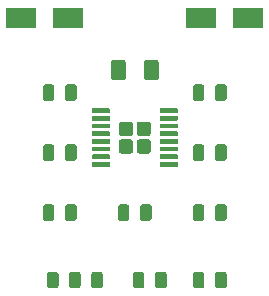
<source format=gbr>
G04 #@! TF.GenerationSoftware,KiCad,Pcbnew,(5.1.5)-3*
G04 #@! TF.CreationDate,2020-05-07T11:30:42+02:00*
G04 #@! TF.ProjectId,TPS26600_ePuse,54505332-3636-4303-905f-65507573652e,rev?*
G04 #@! TF.SameCoordinates,Original*
G04 #@! TF.FileFunction,Paste,Top*
G04 #@! TF.FilePolarity,Positive*
%FSLAX46Y46*%
G04 Gerber Fmt 4.6, Leading zero omitted, Abs format (unit mm)*
G04 Created by KiCad (PCBNEW (5.1.5)-3) date 2020-05-07 11:30:42*
%MOMM*%
%LPD*%
G04 APERTURE LIST*
%ADD10C,0.100000*%
%ADD11R,2.500000X1.800000*%
G04 APERTURE END LIST*
D10*
G36*
X88230142Y-166941174D02*
G01*
X88253803Y-166944684D01*
X88277007Y-166950496D01*
X88299529Y-166958554D01*
X88321153Y-166968782D01*
X88341670Y-166981079D01*
X88360883Y-166995329D01*
X88378607Y-167011393D01*
X88394671Y-167029117D01*
X88408921Y-167048330D01*
X88421218Y-167068847D01*
X88431446Y-167090471D01*
X88439504Y-167112993D01*
X88445316Y-167136197D01*
X88448826Y-167159858D01*
X88450000Y-167183750D01*
X88450000Y-168096250D01*
X88448826Y-168120142D01*
X88445316Y-168143803D01*
X88439504Y-168167007D01*
X88431446Y-168189529D01*
X88421218Y-168211153D01*
X88408921Y-168231670D01*
X88394671Y-168250883D01*
X88378607Y-168268607D01*
X88360883Y-168284671D01*
X88341670Y-168298921D01*
X88321153Y-168311218D01*
X88299529Y-168321446D01*
X88277007Y-168329504D01*
X88253803Y-168335316D01*
X88230142Y-168338826D01*
X88206250Y-168340000D01*
X87718750Y-168340000D01*
X87694858Y-168338826D01*
X87671197Y-168335316D01*
X87647993Y-168329504D01*
X87625471Y-168321446D01*
X87603847Y-168311218D01*
X87583330Y-168298921D01*
X87564117Y-168284671D01*
X87546393Y-168268607D01*
X87530329Y-168250883D01*
X87516079Y-168231670D01*
X87503782Y-168211153D01*
X87493554Y-168189529D01*
X87485496Y-168167007D01*
X87479684Y-168143803D01*
X87476174Y-168120142D01*
X87475000Y-168096250D01*
X87475000Y-167183750D01*
X87476174Y-167159858D01*
X87479684Y-167136197D01*
X87485496Y-167112993D01*
X87493554Y-167090471D01*
X87503782Y-167068847D01*
X87516079Y-167048330D01*
X87530329Y-167029117D01*
X87546393Y-167011393D01*
X87564117Y-166995329D01*
X87583330Y-166981079D01*
X87603847Y-166968782D01*
X87625471Y-166958554D01*
X87647993Y-166950496D01*
X87671197Y-166944684D01*
X87694858Y-166941174D01*
X87718750Y-166940000D01*
X88206250Y-166940000D01*
X88230142Y-166941174D01*
G37*
G36*
X90105142Y-166941174D02*
G01*
X90128803Y-166944684D01*
X90152007Y-166950496D01*
X90174529Y-166958554D01*
X90196153Y-166968782D01*
X90216670Y-166981079D01*
X90235883Y-166995329D01*
X90253607Y-167011393D01*
X90269671Y-167029117D01*
X90283921Y-167048330D01*
X90296218Y-167068847D01*
X90306446Y-167090471D01*
X90314504Y-167112993D01*
X90320316Y-167136197D01*
X90323826Y-167159858D01*
X90325000Y-167183750D01*
X90325000Y-168096250D01*
X90323826Y-168120142D01*
X90320316Y-168143803D01*
X90314504Y-168167007D01*
X90306446Y-168189529D01*
X90296218Y-168211153D01*
X90283921Y-168231670D01*
X90269671Y-168250883D01*
X90253607Y-168268607D01*
X90235883Y-168284671D01*
X90216670Y-168298921D01*
X90196153Y-168311218D01*
X90174529Y-168321446D01*
X90152007Y-168329504D01*
X90128803Y-168335316D01*
X90105142Y-168338826D01*
X90081250Y-168340000D01*
X89593750Y-168340000D01*
X89569858Y-168338826D01*
X89546197Y-168335316D01*
X89522993Y-168329504D01*
X89500471Y-168321446D01*
X89478847Y-168311218D01*
X89458330Y-168298921D01*
X89439117Y-168284671D01*
X89421393Y-168268607D01*
X89405329Y-168250883D01*
X89391079Y-168231670D01*
X89378782Y-168211153D01*
X89368554Y-168189529D01*
X89360496Y-168167007D01*
X89354684Y-168143803D01*
X89351174Y-168120142D01*
X89350000Y-168096250D01*
X89350000Y-167183750D01*
X89351174Y-167159858D01*
X89354684Y-167136197D01*
X89360496Y-167112993D01*
X89368554Y-167090471D01*
X89378782Y-167068847D01*
X89391079Y-167048330D01*
X89405329Y-167029117D01*
X89421393Y-167011393D01*
X89439117Y-166995329D01*
X89458330Y-166981079D01*
X89478847Y-166968782D01*
X89500471Y-166958554D01*
X89522993Y-166950496D01*
X89546197Y-166944684D01*
X89569858Y-166941174D01*
X89593750Y-166940000D01*
X90081250Y-166940000D01*
X90105142Y-166941174D01*
G37*
G36*
X96455142Y-172656174D02*
G01*
X96478803Y-172659684D01*
X96502007Y-172665496D01*
X96524529Y-172673554D01*
X96546153Y-172683782D01*
X96566670Y-172696079D01*
X96585883Y-172710329D01*
X96603607Y-172726393D01*
X96619671Y-172744117D01*
X96633921Y-172763330D01*
X96646218Y-172783847D01*
X96656446Y-172805471D01*
X96664504Y-172827993D01*
X96670316Y-172851197D01*
X96673826Y-172874858D01*
X96675000Y-172898750D01*
X96675000Y-173811250D01*
X96673826Y-173835142D01*
X96670316Y-173858803D01*
X96664504Y-173882007D01*
X96656446Y-173904529D01*
X96646218Y-173926153D01*
X96633921Y-173946670D01*
X96619671Y-173965883D01*
X96603607Y-173983607D01*
X96585883Y-173999671D01*
X96566670Y-174013921D01*
X96546153Y-174026218D01*
X96524529Y-174036446D01*
X96502007Y-174044504D01*
X96478803Y-174050316D01*
X96455142Y-174053826D01*
X96431250Y-174055000D01*
X95943750Y-174055000D01*
X95919858Y-174053826D01*
X95896197Y-174050316D01*
X95872993Y-174044504D01*
X95850471Y-174036446D01*
X95828847Y-174026218D01*
X95808330Y-174013921D01*
X95789117Y-173999671D01*
X95771393Y-173983607D01*
X95755329Y-173965883D01*
X95741079Y-173946670D01*
X95728782Y-173926153D01*
X95718554Y-173904529D01*
X95710496Y-173882007D01*
X95704684Y-173858803D01*
X95701174Y-173835142D01*
X95700000Y-173811250D01*
X95700000Y-172898750D01*
X95701174Y-172874858D01*
X95704684Y-172851197D01*
X95710496Y-172827993D01*
X95718554Y-172805471D01*
X95728782Y-172783847D01*
X95741079Y-172763330D01*
X95755329Y-172744117D01*
X95771393Y-172726393D01*
X95789117Y-172710329D01*
X95808330Y-172696079D01*
X95828847Y-172683782D01*
X95850471Y-172673554D01*
X95872993Y-172665496D01*
X95896197Y-172659684D01*
X95919858Y-172656174D01*
X95943750Y-172655000D01*
X96431250Y-172655000D01*
X96455142Y-172656174D01*
G37*
G36*
X94580142Y-172656174D02*
G01*
X94603803Y-172659684D01*
X94627007Y-172665496D01*
X94649529Y-172673554D01*
X94671153Y-172683782D01*
X94691670Y-172696079D01*
X94710883Y-172710329D01*
X94728607Y-172726393D01*
X94744671Y-172744117D01*
X94758921Y-172763330D01*
X94771218Y-172783847D01*
X94781446Y-172805471D01*
X94789504Y-172827993D01*
X94795316Y-172851197D01*
X94798826Y-172874858D01*
X94800000Y-172898750D01*
X94800000Y-173811250D01*
X94798826Y-173835142D01*
X94795316Y-173858803D01*
X94789504Y-173882007D01*
X94781446Y-173904529D01*
X94771218Y-173926153D01*
X94758921Y-173946670D01*
X94744671Y-173965883D01*
X94728607Y-173983607D01*
X94710883Y-173999671D01*
X94691670Y-174013921D01*
X94671153Y-174026218D01*
X94649529Y-174036446D01*
X94627007Y-174044504D01*
X94603803Y-174050316D01*
X94580142Y-174053826D01*
X94556250Y-174055000D01*
X94068750Y-174055000D01*
X94044858Y-174053826D01*
X94021197Y-174050316D01*
X93997993Y-174044504D01*
X93975471Y-174036446D01*
X93953847Y-174026218D01*
X93933330Y-174013921D01*
X93914117Y-173999671D01*
X93896393Y-173983607D01*
X93880329Y-173965883D01*
X93866079Y-173946670D01*
X93853782Y-173926153D01*
X93843554Y-173904529D01*
X93835496Y-173882007D01*
X93829684Y-173858803D01*
X93826174Y-173835142D01*
X93825000Y-173811250D01*
X93825000Y-172898750D01*
X93826174Y-172874858D01*
X93829684Y-172851197D01*
X93835496Y-172827993D01*
X93843554Y-172805471D01*
X93853782Y-172783847D01*
X93866079Y-172763330D01*
X93880329Y-172744117D01*
X93896393Y-172726393D01*
X93914117Y-172710329D01*
X93933330Y-172696079D01*
X93953847Y-172683782D01*
X93975471Y-172673554D01*
X93997993Y-172665496D01*
X94021197Y-172659684D01*
X94044858Y-172656174D01*
X94068750Y-172655000D01*
X94556250Y-172655000D01*
X94580142Y-172656174D01*
G37*
G36*
X82220742Y-172656174D02*
G01*
X82244403Y-172659684D01*
X82267607Y-172665496D01*
X82290129Y-172673554D01*
X82311753Y-172683782D01*
X82332270Y-172696079D01*
X82351483Y-172710329D01*
X82369207Y-172726393D01*
X82385271Y-172744117D01*
X82399521Y-172763330D01*
X82411818Y-172783847D01*
X82422046Y-172805471D01*
X82430104Y-172827993D01*
X82435916Y-172851197D01*
X82439426Y-172874858D01*
X82440600Y-172898750D01*
X82440600Y-173811250D01*
X82439426Y-173835142D01*
X82435916Y-173858803D01*
X82430104Y-173882007D01*
X82422046Y-173904529D01*
X82411818Y-173926153D01*
X82399521Y-173946670D01*
X82385271Y-173965883D01*
X82369207Y-173983607D01*
X82351483Y-173999671D01*
X82332270Y-174013921D01*
X82311753Y-174026218D01*
X82290129Y-174036446D01*
X82267607Y-174044504D01*
X82244403Y-174050316D01*
X82220742Y-174053826D01*
X82196850Y-174055000D01*
X81709350Y-174055000D01*
X81685458Y-174053826D01*
X81661797Y-174050316D01*
X81638593Y-174044504D01*
X81616071Y-174036446D01*
X81594447Y-174026218D01*
X81573930Y-174013921D01*
X81554717Y-173999671D01*
X81536993Y-173983607D01*
X81520929Y-173965883D01*
X81506679Y-173946670D01*
X81494382Y-173926153D01*
X81484154Y-173904529D01*
X81476096Y-173882007D01*
X81470284Y-173858803D01*
X81466774Y-173835142D01*
X81465600Y-173811250D01*
X81465600Y-172898750D01*
X81466774Y-172874858D01*
X81470284Y-172851197D01*
X81476096Y-172827993D01*
X81484154Y-172805471D01*
X81494382Y-172783847D01*
X81506679Y-172763330D01*
X81520929Y-172744117D01*
X81536993Y-172726393D01*
X81554717Y-172710329D01*
X81573930Y-172696079D01*
X81594447Y-172683782D01*
X81616071Y-172673554D01*
X81638593Y-172665496D01*
X81661797Y-172659684D01*
X81685458Y-172656174D01*
X81709350Y-172655000D01*
X82196850Y-172655000D01*
X82220742Y-172656174D01*
G37*
G36*
X85962642Y-172656174D02*
G01*
X85986303Y-172659684D01*
X86009507Y-172665496D01*
X86032029Y-172673554D01*
X86053653Y-172683782D01*
X86074170Y-172696079D01*
X86093383Y-172710329D01*
X86111107Y-172726393D01*
X86127171Y-172744117D01*
X86141421Y-172763330D01*
X86153718Y-172783847D01*
X86163946Y-172805471D01*
X86172004Y-172827993D01*
X86177816Y-172851197D01*
X86181326Y-172874858D01*
X86182500Y-172898750D01*
X86182500Y-173811250D01*
X86181326Y-173835142D01*
X86177816Y-173858803D01*
X86172004Y-173882007D01*
X86163946Y-173904529D01*
X86153718Y-173926153D01*
X86141421Y-173946670D01*
X86127171Y-173965883D01*
X86111107Y-173983607D01*
X86093383Y-173999671D01*
X86074170Y-174013921D01*
X86053653Y-174026218D01*
X86032029Y-174036446D01*
X86009507Y-174044504D01*
X85986303Y-174050316D01*
X85962642Y-174053826D01*
X85938750Y-174055000D01*
X85451250Y-174055000D01*
X85427358Y-174053826D01*
X85403697Y-174050316D01*
X85380493Y-174044504D01*
X85357971Y-174036446D01*
X85336347Y-174026218D01*
X85315830Y-174013921D01*
X85296617Y-173999671D01*
X85278893Y-173983607D01*
X85262829Y-173965883D01*
X85248579Y-173946670D01*
X85236282Y-173926153D01*
X85226054Y-173904529D01*
X85217996Y-173882007D01*
X85212184Y-173858803D01*
X85208674Y-173835142D01*
X85207500Y-173811250D01*
X85207500Y-172898750D01*
X85208674Y-172874858D01*
X85212184Y-172851197D01*
X85217996Y-172827993D01*
X85226054Y-172805471D01*
X85236282Y-172783847D01*
X85248579Y-172763330D01*
X85262829Y-172744117D01*
X85278893Y-172726393D01*
X85296617Y-172710329D01*
X85315830Y-172696079D01*
X85336347Y-172683782D01*
X85357971Y-172673554D01*
X85380493Y-172665496D01*
X85403697Y-172659684D01*
X85427358Y-172656174D01*
X85451250Y-172655000D01*
X85938750Y-172655000D01*
X85962642Y-172656174D01*
G37*
G36*
X84087642Y-172656174D02*
G01*
X84111303Y-172659684D01*
X84134507Y-172665496D01*
X84157029Y-172673554D01*
X84178653Y-172683782D01*
X84199170Y-172696079D01*
X84218383Y-172710329D01*
X84236107Y-172726393D01*
X84252171Y-172744117D01*
X84266421Y-172763330D01*
X84278718Y-172783847D01*
X84288946Y-172805471D01*
X84297004Y-172827993D01*
X84302816Y-172851197D01*
X84306326Y-172874858D01*
X84307500Y-172898750D01*
X84307500Y-173811250D01*
X84306326Y-173835142D01*
X84302816Y-173858803D01*
X84297004Y-173882007D01*
X84288946Y-173904529D01*
X84278718Y-173926153D01*
X84266421Y-173946670D01*
X84252171Y-173965883D01*
X84236107Y-173983607D01*
X84218383Y-173999671D01*
X84199170Y-174013921D01*
X84178653Y-174026218D01*
X84157029Y-174036446D01*
X84134507Y-174044504D01*
X84111303Y-174050316D01*
X84087642Y-174053826D01*
X84063750Y-174055000D01*
X83576250Y-174055000D01*
X83552358Y-174053826D01*
X83528697Y-174050316D01*
X83505493Y-174044504D01*
X83482971Y-174036446D01*
X83461347Y-174026218D01*
X83440830Y-174013921D01*
X83421617Y-173999671D01*
X83403893Y-173983607D01*
X83387829Y-173965883D01*
X83373579Y-173946670D01*
X83361282Y-173926153D01*
X83351054Y-173904529D01*
X83342996Y-173882007D01*
X83337184Y-173858803D01*
X83333674Y-173835142D01*
X83332500Y-173811250D01*
X83332500Y-172898750D01*
X83333674Y-172874858D01*
X83337184Y-172851197D01*
X83342996Y-172827993D01*
X83351054Y-172805471D01*
X83361282Y-172783847D01*
X83373579Y-172763330D01*
X83387829Y-172744117D01*
X83403893Y-172726393D01*
X83421617Y-172710329D01*
X83440830Y-172696079D01*
X83461347Y-172683782D01*
X83482971Y-172673554D01*
X83505493Y-172665496D01*
X83528697Y-172659684D01*
X83552358Y-172656174D01*
X83576250Y-172655000D01*
X84063750Y-172655000D01*
X84087642Y-172656174D01*
G37*
G36*
X89500142Y-172656174D02*
G01*
X89523803Y-172659684D01*
X89547007Y-172665496D01*
X89569529Y-172673554D01*
X89591153Y-172683782D01*
X89611670Y-172696079D01*
X89630883Y-172710329D01*
X89648607Y-172726393D01*
X89664671Y-172744117D01*
X89678921Y-172763330D01*
X89691218Y-172783847D01*
X89701446Y-172805471D01*
X89709504Y-172827993D01*
X89715316Y-172851197D01*
X89718826Y-172874858D01*
X89720000Y-172898750D01*
X89720000Y-173811250D01*
X89718826Y-173835142D01*
X89715316Y-173858803D01*
X89709504Y-173882007D01*
X89701446Y-173904529D01*
X89691218Y-173926153D01*
X89678921Y-173946670D01*
X89664671Y-173965883D01*
X89648607Y-173983607D01*
X89630883Y-173999671D01*
X89611670Y-174013921D01*
X89591153Y-174026218D01*
X89569529Y-174036446D01*
X89547007Y-174044504D01*
X89523803Y-174050316D01*
X89500142Y-174053826D01*
X89476250Y-174055000D01*
X88988750Y-174055000D01*
X88964858Y-174053826D01*
X88941197Y-174050316D01*
X88917993Y-174044504D01*
X88895471Y-174036446D01*
X88873847Y-174026218D01*
X88853330Y-174013921D01*
X88834117Y-173999671D01*
X88816393Y-173983607D01*
X88800329Y-173965883D01*
X88786079Y-173946670D01*
X88773782Y-173926153D01*
X88763554Y-173904529D01*
X88755496Y-173882007D01*
X88749684Y-173858803D01*
X88746174Y-173835142D01*
X88745000Y-173811250D01*
X88745000Y-172898750D01*
X88746174Y-172874858D01*
X88749684Y-172851197D01*
X88755496Y-172827993D01*
X88763554Y-172805471D01*
X88773782Y-172783847D01*
X88786079Y-172763330D01*
X88800329Y-172744117D01*
X88816393Y-172726393D01*
X88834117Y-172710329D01*
X88853330Y-172696079D01*
X88873847Y-172683782D01*
X88895471Y-172673554D01*
X88917993Y-172665496D01*
X88941197Y-172659684D01*
X88964858Y-172656174D01*
X88988750Y-172655000D01*
X89476250Y-172655000D01*
X89500142Y-172656174D01*
G37*
G36*
X91375142Y-172656174D02*
G01*
X91398803Y-172659684D01*
X91422007Y-172665496D01*
X91444529Y-172673554D01*
X91466153Y-172683782D01*
X91486670Y-172696079D01*
X91505883Y-172710329D01*
X91523607Y-172726393D01*
X91539671Y-172744117D01*
X91553921Y-172763330D01*
X91566218Y-172783847D01*
X91576446Y-172805471D01*
X91584504Y-172827993D01*
X91590316Y-172851197D01*
X91593826Y-172874858D01*
X91595000Y-172898750D01*
X91595000Y-173811250D01*
X91593826Y-173835142D01*
X91590316Y-173858803D01*
X91584504Y-173882007D01*
X91576446Y-173904529D01*
X91566218Y-173926153D01*
X91553921Y-173946670D01*
X91539671Y-173965883D01*
X91523607Y-173983607D01*
X91505883Y-173999671D01*
X91486670Y-174013921D01*
X91466153Y-174026218D01*
X91444529Y-174036446D01*
X91422007Y-174044504D01*
X91398803Y-174050316D01*
X91375142Y-174053826D01*
X91351250Y-174055000D01*
X90863750Y-174055000D01*
X90839858Y-174053826D01*
X90816197Y-174050316D01*
X90792993Y-174044504D01*
X90770471Y-174036446D01*
X90748847Y-174026218D01*
X90728330Y-174013921D01*
X90709117Y-173999671D01*
X90691393Y-173983607D01*
X90675329Y-173965883D01*
X90661079Y-173946670D01*
X90648782Y-173926153D01*
X90638554Y-173904529D01*
X90630496Y-173882007D01*
X90624684Y-173858803D01*
X90621174Y-173835142D01*
X90620000Y-173811250D01*
X90620000Y-172898750D01*
X90621174Y-172874858D01*
X90624684Y-172851197D01*
X90630496Y-172827993D01*
X90638554Y-172805471D01*
X90648782Y-172783847D01*
X90661079Y-172763330D01*
X90675329Y-172744117D01*
X90691393Y-172726393D01*
X90709117Y-172710329D01*
X90728330Y-172696079D01*
X90748847Y-172683782D01*
X90770471Y-172673554D01*
X90792993Y-172665496D01*
X90816197Y-172659684D01*
X90839858Y-172656174D01*
X90863750Y-172655000D01*
X91351250Y-172655000D01*
X91375142Y-172656174D01*
G37*
G36*
X83755142Y-156781174D02*
G01*
X83778803Y-156784684D01*
X83802007Y-156790496D01*
X83824529Y-156798554D01*
X83846153Y-156808782D01*
X83866670Y-156821079D01*
X83885883Y-156835329D01*
X83903607Y-156851393D01*
X83919671Y-156869117D01*
X83933921Y-156888330D01*
X83946218Y-156908847D01*
X83956446Y-156930471D01*
X83964504Y-156952993D01*
X83970316Y-156976197D01*
X83973826Y-156999858D01*
X83975000Y-157023750D01*
X83975000Y-157936250D01*
X83973826Y-157960142D01*
X83970316Y-157983803D01*
X83964504Y-158007007D01*
X83956446Y-158029529D01*
X83946218Y-158051153D01*
X83933921Y-158071670D01*
X83919671Y-158090883D01*
X83903607Y-158108607D01*
X83885883Y-158124671D01*
X83866670Y-158138921D01*
X83846153Y-158151218D01*
X83824529Y-158161446D01*
X83802007Y-158169504D01*
X83778803Y-158175316D01*
X83755142Y-158178826D01*
X83731250Y-158180000D01*
X83243750Y-158180000D01*
X83219858Y-158178826D01*
X83196197Y-158175316D01*
X83172993Y-158169504D01*
X83150471Y-158161446D01*
X83128847Y-158151218D01*
X83108330Y-158138921D01*
X83089117Y-158124671D01*
X83071393Y-158108607D01*
X83055329Y-158090883D01*
X83041079Y-158071670D01*
X83028782Y-158051153D01*
X83018554Y-158029529D01*
X83010496Y-158007007D01*
X83004684Y-157983803D01*
X83001174Y-157960142D01*
X83000000Y-157936250D01*
X83000000Y-157023750D01*
X83001174Y-156999858D01*
X83004684Y-156976197D01*
X83010496Y-156952993D01*
X83018554Y-156930471D01*
X83028782Y-156908847D01*
X83041079Y-156888330D01*
X83055329Y-156869117D01*
X83071393Y-156851393D01*
X83089117Y-156835329D01*
X83108330Y-156821079D01*
X83128847Y-156808782D01*
X83150471Y-156798554D01*
X83172993Y-156790496D01*
X83196197Y-156784684D01*
X83219858Y-156781174D01*
X83243750Y-156780000D01*
X83731250Y-156780000D01*
X83755142Y-156781174D01*
G37*
G36*
X81880142Y-156781174D02*
G01*
X81903803Y-156784684D01*
X81927007Y-156790496D01*
X81949529Y-156798554D01*
X81971153Y-156808782D01*
X81991670Y-156821079D01*
X82010883Y-156835329D01*
X82028607Y-156851393D01*
X82044671Y-156869117D01*
X82058921Y-156888330D01*
X82071218Y-156908847D01*
X82081446Y-156930471D01*
X82089504Y-156952993D01*
X82095316Y-156976197D01*
X82098826Y-156999858D01*
X82100000Y-157023750D01*
X82100000Y-157936250D01*
X82098826Y-157960142D01*
X82095316Y-157983803D01*
X82089504Y-158007007D01*
X82081446Y-158029529D01*
X82071218Y-158051153D01*
X82058921Y-158071670D01*
X82044671Y-158090883D01*
X82028607Y-158108607D01*
X82010883Y-158124671D01*
X81991670Y-158138921D01*
X81971153Y-158151218D01*
X81949529Y-158161446D01*
X81927007Y-158169504D01*
X81903803Y-158175316D01*
X81880142Y-158178826D01*
X81856250Y-158180000D01*
X81368750Y-158180000D01*
X81344858Y-158178826D01*
X81321197Y-158175316D01*
X81297993Y-158169504D01*
X81275471Y-158161446D01*
X81253847Y-158151218D01*
X81233330Y-158138921D01*
X81214117Y-158124671D01*
X81196393Y-158108607D01*
X81180329Y-158090883D01*
X81166079Y-158071670D01*
X81153782Y-158051153D01*
X81143554Y-158029529D01*
X81135496Y-158007007D01*
X81129684Y-157983803D01*
X81126174Y-157960142D01*
X81125000Y-157936250D01*
X81125000Y-157023750D01*
X81126174Y-156999858D01*
X81129684Y-156976197D01*
X81135496Y-156952993D01*
X81143554Y-156930471D01*
X81153782Y-156908847D01*
X81166079Y-156888330D01*
X81180329Y-156869117D01*
X81196393Y-156851393D01*
X81214117Y-156835329D01*
X81233330Y-156821079D01*
X81253847Y-156808782D01*
X81275471Y-156798554D01*
X81297993Y-156790496D01*
X81321197Y-156784684D01*
X81344858Y-156781174D01*
X81368750Y-156780000D01*
X81856250Y-156780000D01*
X81880142Y-156781174D01*
G37*
G36*
X81880142Y-161861174D02*
G01*
X81903803Y-161864684D01*
X81927007Y-161870496D01*
X81949529Y-161878554D01*
X81971153Y-161888782D01*
X81991670Y-161901079D01*
X82010883Y-161915329D01*
X82028607Y-161931393D01*
X82044671Y-161949117D01*
X82058921Y-161968330D01*
X82071218Y-161988847D01*
X82081446Y-162010471D01*
X82089504Y-162032993D01*
X82095316Y-162056197D01*
X82098826Y-162079858D01*
X82100000Y-162103750D01*
X82100000Y-163016250D01*
X82098826Y-163040142D01*
X82095316Y-163063803D01*
X82089504Y-163087007D01*
X82081446Y-163109529D01*
X82071218Y-163131153D01*
X82058921Y-163151670D01*
X82044671Y-163170883D01*
X82028607Y-163188607D01*
X82010883Y-163204671D01*
X81991670Y-163218921D01*
X81971153Y-163231218D01*
X81949529Y-163241446D01*
X81927007Y-163249504D01*
X81903803Y-163255316D01*
X81880142Y-163258826D01*
X81856250Y-163260000D01*
X81368750Y-163260000D01*
X81344858Y-163258826D01*
X81321197Y-163255316D01*
X81297993Y-163249504D01*
X81275471Y-163241446D01*
X81253847Y-163231218D01*
X81233330Y-163218921D01*
X81214117Y-163204671D01*
X81196393Y-163188607D01*
X81180329Y-163170883D01*
X81166079Y-163151670D01*
X81153782Y-163131153D01*
X81143554Y-163109529D01*
X81135496Y-163087007D01*
X81129684Y-163063803D01*
X81126174Y-163040142D01*
X81125000Y-163016250D01*
X81125000Y-162103750D01*
X81126174Y-162079858D01*
X81129684Y-162056197D01*
X81135496Y-162032993D01*
X81143554Y-162010471D01*
X81153782Y-161988847D01*
X81166079Y-161968330D01*
X81180329Y-161949117D01*
X81196393Y-161931393D01*
X81214117Y-161915329D01*
X81233330Y-161901079D01*
X81253847Y-161888782D01*
X81275471Y-161878554D01*
X81297993Y-161870496D01*
X81321197Y-161864684D01*
X81344858Y-161861174D01*
X81368750Y-161860000D01*
X81856250Y-161860000D01*
X81880142Y-161861174D01*
G37*
G36*
X83755142Y-161861174D02*
G01*
X83778803Y-161864684D01*
X83802007Y-161870496D01*
X83824529Y-161878554D01*
X83846153Y-161888782D01*
X83866670Y-161901079D01*
X83885883Y-161915329D01*
X83903607Y-161931393D01*
X83919671Y-161949117D01*
X83933921Y-161968330D01*
X83946218Y-161988847D01*
X83956446Y-162010471D01*
X83964504Y-162032993D01*
X83970316Y-162056197D01*
X83973826Y-162079858D01*
X83975000Y-162103750D01*
X83975000Y-163016250D01*
X83973826Y-163040142D01*
X83970316Y-163063803D01*
X83964504Y-163087007D01*
X83956446Y-163109529D01*
X83946218Y-163131153D01*
X83933921Y-163151670D01*
X83919671Y-163170883D01*
X83903607Y-163188607D01*
X83885883Y-163204671D01*
X83866670Y-163218921D01*
X83846153Y-163231218D01*
X83824529Y-163241446D01*
X83802007Y-163249504D01*
X83778803Y-163255316D01*
X83755142Y-163258826D01*
X83731250Y-163260000D01*
X83243750Y-163260000D01*
X83219858Y-163258826D01*
X83196197Y-163255316D01*
X83172993Y-163249504D01*
X83150471Y-163241446D01*
X83128847Y-163231218D01*
X83108330Y-163218921D01*
X83089117Y-163204671D01*
X83071393Y-163188607D01*
X83055329Y-163170883D01*
X83041079Y-163151670D01*
X83028782Y-163131153D01*
X83018554Y-163109529D01*
X83010496Y-163087007D01*
X83004684Y-163063803D01*
X83001174Y-163040142D01*
X83000000Y-163016250D01*
X83000000Y-162103750D01*
X83001174Y-162079858D01*
X83004684Y-162056197D01*
X83010496Y-162032993D01*
X83018554Y-162010471D01*
X83028782Y-161988847D01*
X83041079Y-161968330D01*
X83055329Y-161949117D01*
X83071393Y-161931393D01*
X83089117Y-161915329D01*
X83108330Y-161901079D01*
X83128847Y-161888782D01*
X83150471Y-161878554D01*
X83172993Y-161870496D01*
X83196197Y-161864684D01*
X83219858Y-161861174D01*
X83243750Y-161860000D01*
X83731250Y-161860000D01*
X83755142Y-161861174D01*
G37*
G36*
X83755142Y-166941174D02*
G01*
X83778803Y-166944684D01*
X83802007Y-166950496D01*
X83824529Y-166958554D01*
X83846153Y-166968782D01*
X83866670Y-166981079D01*
X83885883Y-166995329D01*
X83903607Y-167011393D01*
X83919671Y-167029117D01*
X83933921Y-167048330D01*
X83946218Y-167068847D01*
X83956446Y-167090471D01*
X83964504Y-167112993D01*
X83970316Y-167136197D01*
X83973826Y-167159858D01*
X83975000Y-167183750D01*
X83975000Y-168096250D01*
X83973826Y-168120142D01*
X83970316Y-168143803D01*
X83964504Y-168167007D01*
X83956446Y-168189529D01*
X83946218Y-168211153D01*
X83933921Y-168231670D01*
X83919671Y-168250883D01*
X83903607Y-168268607D01*
X83885883Y-168284671D01*
X83866670Y-168298921D01*
X83846153Y-168311218D01*
X83824529Y-168321446D01*
X83802007Y-168329504D01*
X83778803Y-168335316D01*
X83755142Y-168338826D01*
X83731250Y-168340000D01*
X83243750Y-168340000D01*
X83219858Y-168338826D01*
X83196197Y-168335316D01*
X83172993Y-168329504D01*
X83150471Y-168321446D01*
X83128847Y-168311218D01*
X83108330Y-168298921D01*
X83089117Y-168284671D01*
X83071393Y-168268607D01*
X83055329Y-168250883D01*
X83041079Y-168231670D01*
X83028782Y-168211153D01*
X83018554Y-168189529D01*
X83010496Y-168167007D01*
X83004684Y-168143803D01*
X83001174Y-168120142D01*
X83000000Y-168096250D01*
X83000000Y-167183750D01*
X83001174Y-167159858D01*
X83004684Y-167136197D01*
X83010496Y-167112993D01*
X83018554Y-167090471D01*
X83028782Y-167068847D01*
X83041079Y-167048330D01*
X83055329Y-167029117D01*
X83071393Y-167011393D01*
X83089117Y-166995329D01*
X83108330Y-166981079D01*
X83128847Y-166968782D01*
X83150471Y-166958554D01*
X83172993Y-166950496D01*
X83196197Y-166944684D01*
X83219858Y-166941174D01*
X83243750Y-166940000D01*
X83731250Y-166940000D01*
X83755142Y-166941174D01*
G37*
G36*
X81880142Y-166941174D02*
G01*
X81903803Y-166944684D01*
X81927007Y-166950496D01*
X81949529Y-166958554D01*
X81971153Y-166968782D01*
X81991670Y-166981079D01*
X82010883Y-166995329D01*
X82028607Y-167011393D01*
X82044671Y-167029117D01*
X82058921Y-167048330D01*
X82071218Y-167068847D01*
X82081446Y-167090471D01*
X82089504Y-167112993D01*
X82095316Y-167136197D01*
X82098826Y-167159858D01*
X82100000Y-167183750D01*
X82100000Y-168096250D01*
X82098826Y-168120142D01*
X82095316Y-168143803D01*
X82089504Y-168167007D01*
X82081446Y-168189529D01*
X82071218Y-168211153D01*
X82058921Y-168231670D01*
X82044671Y-168250883D01*
X82028607Y-168268607D01*
X82010883Y-168284671D01*
X81991670Y-168298921D01*
X81971153Y-168311218D01*
X81949529Y-168321446D01*
X81927007Y-168329504D01*
X81903803Y-168335316D01*
X81880142Y-168338826D01*
X81856250Y-168340000D01*
X81368750Y-168340000D01*
X81344858Y-168338826D01*
X81321197Y-168335316D01*
X81297993Y-168329504D01*
X81275471Y-168321446D01*
X81253847Y-168311218D01*
X81233330Y-168298921D01*
X81214117Y-168284671D01*
X81196393Y-168268607D01*
X81180329Y-168250883D01*
X81166079Y-168231670D01*
X81153782Y-168211153D01*
X81143554Y-168189529D01*
X81135496Y-168167007D01*
X81129684Y-168143803D01*
X81126174Y-168120142D01*
X81125000Y-168096250D01*
X81125000Y-167183750D01*
X81126174Y-167159858D01*
X81129684Y-167136197D01*
X81135496Y-167112993D01*
X81143554Y-167090471D01*
X81153782Y-167068847D01*
X81166079Y-167048330D01*
X81180329Y-167029117D01*
X81196393Y-167011393D01*
X81214117Y-166995329D01*
X81233330Y-166981079D01*
X81253847Y-166968782D01*
X81275471Y-166958554D01*
X81297993Y-166950496D01*
X81321197Y-166944684D01*
X81344858Y-166941174D01*
X81368750Y-166940000D01*
X81856250Y-166940000D01*
X81880142Y-166941174D01*
G37*
G36*
X94580142Y-156781174D02*
G01*
X94603803Y-156784684D01*
X94627007Y-156790496D01*
X94649529Y-156798554D01*
X94671153Y-156808782D01*
X94691670Y-156821079D01*
X94710883Y-156835329D01*
X94728607Y-156851393D01*
X94744671Y-156869117D01*
X94758921Y-156888330D01*
X94771218Y-156908847D01*
X94781446Y-156930471D01*
X94789504Y-156952993D01*
X94795316Y-156976197D01*
X94798826Y-156999858D01*
X94800000Y-157023750D01*
X94800000Y-157936250D01*
X94798826Y-157960142D01*
X94795316Y-157983803D01*
X94789504Y-158007007D01*
X94781446Y-158029529D01*
X94771218Y-158051153D01*
X94758921Y-158071670D01*
X94744671Y-158090883D01*
X94728607Y-158108607D01*
X94710883Y-158124671D01*
X94691670Y-158138921D01*
X94671153Y-158151218D01*
X94649529Y-158161446D01*
X94627007Y-158169504D01*
X94603803Y-158175316D01*
X94580142Y-158178826D01*
X94556250Y-158180000D01*
X94068750Y-158180000D01*
X94044858Y-158178826D01*
X94021197Y-158175316D01*
X93997993Y-158169504D01*
X93975471Y-158161446D01*
X93953847Y-158151218D01*
X93933330Y-158138921D01*
X93914117Y-158124671D01*
X93896393Y-158108607D01*
X93880329Y-158090883D01*
X93866079Y-158071670D01*
X93853782Y-158051153D01*
X93843554Y-158029529D01*
X93835496Y-158007007D01*
X93829684Y-157983803D01*
X93826174Y-157960142D01*
X93825000Y-157936250D01*
X93825000Y-157023750D01*
X93826174Y-156999858D01*
X93829684Y-156976197D01*
X93835496Y-156952993D01*
X93843554Y-156930471D01*
X93853782Y-156908847D01*
X93866079Y-156888330D01*
X93880329Y-156869117D01*
X93896393Y-156851393D01*
X93914117Y-156835329D01*
X93933330Y-156821079D01*
X93953847Y-156808782D01*
X93975471Y-156798554D01*
X93997993Y-156790496D01*
X94021197Y-156784684D01*
X94044858Y-156781174D01*
X94068750Y-156780000D01*
X94556250Y-156780000D01*
X94580142Y-156781174D01*
G37*
G36*
X96455142Y-156781174D02*
G01*
X96478803Y-156784684D01*
X96502007Y-156790496D01*
X96524529Y-156798554D01*
X96546153Y-156808782D01*
X96566670Y-156821079D01*
X96585883Y-156835329D01*
X96603607Y-156851393D01*
X96619671Y-156869117D01*
X96633921Y-156888330D01*
X96646218Y-156908847D01*
X96656446Y-156930471D01*
X96664504Y-156952993D01*
X96670316Y-156976197D01*
X96673826Y-156999858D01*
X96675000Y-157023750D01*
X96675000Y-157936250D01*
X96673826Y-157960142D01*
X96670316Y-157983803D01*
X96664504Y-158007007D01*
X96656446Y-158029529D01*
X96646218Y-158051153D01*
X96633921Y-158071670D01*
X96619671Y-158090883D01*
X96603607Y-158108607D01*
X96585883Y-158124671D01*
X96566670Y-158138921D01*
X96546153Y-158151218D01*
X96524529Y-158161446D01*
X96502007Y-158169504D01*
X96478803Y-158175316D01*
X96455142Y-158178826D01*
X96431250Y-158180000D01*
X95943750Y-158180000D01*
X95919858Y-158178826D01*
X95896197Y-158175316D01*
X95872993Y-158169504D01*
X95850471Y-158161446D01*
X95828847Y-158151218D01*
X95808330Y-158138921D01*
X95789117Y-158124671D01*
X95771393Y-158108607D01*
X95755329Y-158090883D01*
X95741079Y-158071670D01*
X95728782Y-158051153D01*
X95718554Y-158029529D01*
X95710496Y-158007007D01*
X95704684Y-157983803D01*
X95701174Y-157960142D01*
X95700000Y-157936250D01*
X95700000Y-157023750D01*
X95701174Y-156999858D01*
X95704684Y-156976197D01*
X95710496Y-156952993D01*
X95718554Y-156930471D01*
X95728782Y-156908847D01*
X95741079Y-156888330D01*
X95755329Y-156869117D01*
X95771393Y-156851393D01*
X95789117Y-156835329D01*
X95808330Y-156821079D01*
X95828847Y-156808782D01*
X95850471Y-156798554D01*
X95872993Y-156790496D01*
X95896197Y-156784684D01*
X95919858Y-156781174D01*
X95943750Y-156780000D01*
X96431250Y-156780000D01*
X96455142Y-156781174D01*
G37*
G36*
X94580142Y-166941174D02*
G01*
X94603803Y-166944684D01*
X94627007Y-166950496D01*
X94649529Y-166958554D01*
X94671153Y-166968782D01*
X94691670Y-166981079D01*
X94710883Y-166995329D01*
X94728607Y-167011393D01*
X94744671Y-167029117D01*
X94758921Y-167048330D01*
X94771218Y-167068847D01*
X94781446Y-167090471D01*
X94789504Y-167112993D01*
X94795316Y-167136197D01*
X94798826Y-167159858D01*
X94800000Y-167183750D01*
X94800000Y-168096250D01*
X94798826Y-168120142D01*
X94795316Y-168143803D01*
X94789504Y-168167007D01*
X94781446Y-168189529D01*
X94771218Y-168211153D01*
X94758921Y-168231670D01*
X94744671Y-168250883D01*
X94728607Y-168268607D01*
X94710883Y-168284671D01*
X94691670Y-168298921D01*
X94671153Y-168311218D01*
X94649529Y-168321446D01*
X94627007Y-168329504D01*
X94603803Y-168335316D01*
X94580142Y-168338826D01*
X94556250Y-168340000D01*
X94068750Y-168340000D01*
X94044858Y-168338826D01*
X94021197Y-168335316D01*
X93997993Y-168329504D01*
X93975471Y-168321446D01*
X93953847Y-168311218D01*
X93933330Y-168298921D01*
X93914117Y-168284671D01*
X93896393Y-168268607D01*
X93880329Y-168250883D01*
X93866079Y-168231670D01*
X93853782Y-168211153D01*
X93843554Y-168189529D01*
X93835496Y-168167007D01*
X93829684Y-168143803D01*
X93826174Y-168120142D01*
X93825000Y-168096250D01*
X93825000Y-167183750D01*
X93826174Y-167159858D01*
X93829684Y-167136197D01*
X93835496Y-167112993D01*
X93843554Y-167090471D01*
X93853782Y-167068847D01*
X93866079Y-167048330D01*
X93880329Y-167029117D01*
X93896393Y-167011393D01*
X93914117Y-166995329D01*
X93933330Y-166981079D01*
X93953847Y-166968782D01*
X93975471Y-166958554D01*
X93997993Y-166950496D01*
X94021197Y-166944684D01*
X94044858Y-166941174D01*
X94068750Y-166940000D01*
X94556250Y-166940000D01*
X94580142Y-166941174D01*
G37*
G36*
X96455142Y-166941174D02*
G01*
X96478803Y-166944684D01*
X96502007Y-166950496D01*
X96524529Y-166958554D01*
X96546153Y-166968782D01*
X96566670Y-166981079D01*
X96585883Y-166995329D01*
X96603607Y-167011393D01*
X96619671Y-167029117D01*
X96633921Y-167048330D01*
X96646218Y-167068847D01*
X96656446Y-167090471D01*
X96664504Y-167112993D01*
X96670316Y-167136197D01*
X96673826Y-167159858D01*
X96675000Y-167183750D01*
X96675000Y-168096250D01*
X96673826Y-168120142D01*
X96670316Y-168143803D01*
X96664504Y-168167007D01*
X96656446Y-168189529D01*
X96646218Y-168211153D01*
X96633921Y-168231670D01*
X96619671Y-168250883D01*
X96603607Y-168268607D01*
X96585883Y-168284671D01*
X96566670Y-168298921D01*
X96546153Y-168311218D01*
X96524529Y-168321446D01*
X96502007Y-168329504D01*
X96478803Y-168335316D01*
X96455142Y-168338826D01*
X96431250Y-168340000D01*
X95943750Y-168340000D01*
X95919858Y-168338826D01*
X95896197Y-168335316D01*
X95872993Y-168329504D01*
X95850471Y-168321446D01*
X95828847Y-168311218D01*
X95808330Y-168298921D01*
X95789117Y-168284671D01*
X95771393Y-168268607D01*
X95755329Y-168250883D01*
X95741079Y-168231670D01*
X95728782Y-168211153D01*
X95718554Y-168189529D01*
X95710496Y-168167007D01*
X95704684Y-168143803D01*
X95701174Y-168120142D01*
X95700000Y-168096250D01*
X95700000Y-167183750D01*
X95701174Y-167159858D01*
X95704684Y-167136197D01*
X95710496Y-167112993D01*
X95718554Y-167090471D01*
X95728782Y-167068847D01*
X95741079Y-167048330D01*
X95755329Y-167029117D01*
X95771393Y-167011393D01*
X95789117Y-166995329D01*
X95808330Y-166981079D01*
X95828847Y-166968782D01*
X95850471Y-166958554D01*
X95872993Y-166950496D01*
X95896197Y-166944684D01*
X95919858Y-166941174D01*
X95943750Y-166940000D01*
X96431250Y-166940000D01*
X96455142Y-166941174D01*
G37*
G36*
X96455142Y-161861174D02*
G01*
X96478803Y-161864684D01*
X96502007Y-161870496D01*
X96524529Y-161878554D01*
X96546153Y-161888782D01*
X96566670Y-161901079D01*
X96585883Y-161915329D01*
X96603607Y-161931393D01*
X96619671Y-161949117D01*
X96633921Y-161968330D01*
X96646218Y-161988847D01*
X96656446Y-162010471D01*
X96664504Y-162032993D01*
X96670316Y-162056197D01*
X96673826Y-162079858D01*
X96675000Y-162103750D01*
X96675000Y-163016250D01*
X96673826Y-163040142D01*
X96670316Y-163063803D01*
X96664504Y-163087007D01*
X96656446Y-163109529D01*
X96646218Y-163131153D01*
X96633921Y-163151670D01*
X96619671Y-163170883D01*
X96603607Y-163188607D01*
X96585883Y-163204671D01*
X96566670Y-163218921D01*
X96546153Y-163231218D01*
X96524529Y-163241446D01*
X96502007Y-163249504D01*
X96478803Y-163255316D01*
X96455142Y-163258826D01*
X96431250Y-163260000D01*
X95943750Y-163260000D01*
X95919858Y-163258826D01*
X95896197Y-163255316D01*
X95872993Y-163249504D01*
X95850471Y-163241446D01*
X95828847Y-163231218D01*
X95808330Y-163218921D01*
X95789117Y-163204671D01*
X95771393Y-163188607D01*
X95755329Y-163170883D01*
X95741079Y-163151670D01*
X95728782Y-163131153D01*
X95718554Y-163109529D01*
X95710496Y-163087007D01*
X95704684Y-163063803D01*
X95701174Y-163040142D01*
X95700000Y-163016250D01*
X95700000Y-162103750D01*
X95701174Y-162079858D01*
X95704684Y-162056197D01*
X95710496Y-162032993D01*
X95718554Y-162010471D01*
X95728782Y-161988847D01*
X95741079Y-161968330D01*
X95755329Y-161949117D01*
X95771393Y-161931393D01*
X95789117Y-161915329D01*
X95808330Y-161901079D01*
X95828847Y-161888782D01*
X95850471Y-161878554D01*
X95872993Y-161870496D01*
X95896197Y-161864684D01*
X95919858Y-161861174D01*
X95943750Y-161860000D01*
X96431250Y-161860000D01*
X96455142Y-161861174D01*
G37*
G36*
X94580142Y-161861174D02*
G01*
X94603803Y-161864684D01*
X94627007Y-161870496D01*
X94649529Y-161878554D01*
X94671153Y-161888782D01*
X94691670Y-161901079D01*
X94710883Y-161915329D01*
X94728607Y-161931393D01*
X94744671Y-161949117D01*
X94758921Y-161968330D01*
X94771218Y-161988847D01*
X94781446Y-162010471D01*
X94789504Y-162032993D01*
X94795316Y-162056197D01*
X94798826Y-162079858D01*
X94800000Y-162103750D01*
X94800000Y-163016250D01*
X94798826Y-163040142D01*
X94795316Y-163063803D01*
X94789504Y-163087007D01*
X94781446Y-163109529D01*
X94771218Y-163131153D01*
X94758921Y-163151670D01*
X94744671Y-163170883D01*
X94728607Y-163188607D01*
X94710883Y-163204671D01*
X94691670Y-163218921D01*
X94671153Y-163231218D01*
X94649529Y-163241446D01*
X94627007Y-163249504D01*
X94603803Y-163255316D01*
X94580142Y-163258826D01*
X94556250Y-163260000D01*
X94068750Y-163260000D01*
X94044858Y-163258826D01*
X94021197Y-163255316D01*
X93997993Y-163249504D01*
X93975471Y-163241446D01*
X93953847Y-163231218D01*
X93933330Y-163218921D01*
X93914117Y-163204671D01*
X93896393Y-163188607D01*
X93880329Y-163170883D01*
X93866079Y-163151670D01*
X93853782Y-163131153D01*
X93843554Y-163109529D01*
X93835496Y-163087007D01*
X93829684Y-163063803D01*
X93826174Y-163040142D01*
X93825000Y-163016250D01*
X93825000Y-162103750D01*
X93826174Y-162079858D01*
X93829684Y-162056197D01*
X93835496Y-162032993D01*
X93843554Y-162010471D01*
X93853782Y-161988847D01*
X93866079Y-161968330D01*
X93880329Y-161949117D01*
X93896393Y-161931393D01*
X93914117Y-161915329D01*
X93933330Y-161901079D01*
X93953847Y-161888782D01*
X93975471Y-161878554D01*
X93997993Y-161870496D01*
X94021197Y-161864684D01*
X94044858Y-161861174D01*
X94068750Y-161860000D01*
X94556250Y-161860000D01*
X94580142Y-161861174D01*
G37*
G36*
X88529504Y-159936204D02*
G01*
X88553773Y-159939804D01*
X88577571Y-159945765D01*
X88600671Y-159954030D01*
X88622849Y-159964520D01*
X88643893Y-159977133D01*
X88663598Y-159991747D01*
X88681777Y-160008223D01*
X88698253Y-160026402D01*
X88712867Y-160046107D01*
X88725480Y-160067151D01*
X88735970Y-160089329D01*
X88744235Y-160112429D01*
X88750196Y-160136227D01*
X88753796Y-160160496D01*
X88755000Y-160185000D01*
X88755000Y-160895000D01*
X88753796Y-160919504D01*
X88750196Y-160943773D01*
X88744235Y-160967571D01*
X88735970Y-160990671D01*
X88725480Y-161012849D01*
X88712867Y-161033893D01*
X88698253Y-161053598D01*
X88681777Y-161071777D01*
X88663598Y-161088253D01*
X88643893Y-161102867D01*
X88622849Y-161115480D01*
X88600671Y-161125970D01*
X88577571Y-161134235D01*
X88553773Y-161140196D01*
X88529504Y-161143796D01*
X88505000Y-161145000D01*
X87795000Y-161145000D01*
X87770496Y-161143796D01*
X87746227Y-161140196D01*
X87722429Y-161134235D01*
X87699329Y-161125970D01*
X87677151Y-161115480D01*
X87656107Y-161102867D01*
X87636402Y-161088253D01*
X87618223Y-161071777D01*
X87601747Y-161053598D01*
X87587133Y-161033893D01*
X87574520Y-161012849D01*
X87564030Y-160990671D01*
X87555765Y-160967571D01*
X87549804Y-160943773D01*
X87546204Y-160919504D01*
X87545000Y-160895000D01*
X87545000Y-160185000D01*
X87546204Y-160160496D01*
X87549804Y-160136227D01*
X87555765Y-160112429D01*
X87564030Y-160089329D01*
X87574520Y-160067151D01*
X87587133Y-160046107D01*
X87601747Y-160026402D01*
X87618223Y-160008223D01*
X87636402Y-159991747D01*
X87656107Y-159977133D01*
X87677151Y-159964520D01*
X87699329Y-159954030D01*
X87722429Y-159945765D01*
X87746227Y-159939804D01*
X87770496Y-159936204D01*
X87795000Y-159935000D01*
X88505000Y-159935000D01*
X88529504Y-159936204D01*
G37*
G36*
X88529504Y-161436204D02*
G01*
X88553773Y-161439804D01*
X88577571Y-161445765D01*
X88600671Y-161454030D01*
X88622849Y-161464520D01*
X88643893Y-161477133D01*
X88663598Y-161491747D01*
X88681777Y-161508223D01*
X88698253Y-161526402D01*
X88712867Y-161546107D01*
X88725480Y-161567151D01*
X88735970Y-161589329D01*
X88744235Y-161612429D01*
X88750196Y-161636227D01*
X88753796Y-161660496D01*
X88755000Y-161685000D01*
X88755000Y-162395000D01*
X88753796Y-162419504D01*
X88750196Y-162443773D01*
X88744235Y-162467571D01*
X88735970Y-162490671D01*
X88725480Y-162512849D01*
X88712867Y-162533893D01*
X88698253Y-162553598D01*
X88681777Y-162571777D01*
X88663598Y-162588253D01*
X88643893Y-162602867D01*
X88622849Y-162615480D01*
X88600671Y-162625970D01*
X88577571Y-162634235D01*
X88553773Y-162640196D01*
X88529504Y-162643796D01*
X88505000Y-162645000D01*
X87795000Y-162645000D01*
X87770496Y-162643796D01*
X87746227Y-162640196D01*
X87722429Y-162634235D01*
X87699329Y-162625970D01*
X87677151Y-162615480D01*
X87656107Y-162602867D01*
X87636402Y-162588253D01*
X87618223Y-162571777D01*
X87601747Y-162553598D01*
X87587133Y-162533893D01*
X87574520Y-162512849D01*
X87564030Y-162490671D01*
X87555765Y-162467571D01*
X87549804Y-162443773D01*
X87546204Y-162419504D01*
X87545000Y-162395000D01*
X87545000Y-161685000D01*
X87546204Y-161660496D01*
X87549804Y-161636227D01*
X87555765Y-161612429D01*
X87564030Y-161589329D01*
X87574520Y-161567151D01*
X87587133Y-161546107D01*
X87601747Y-161526402D01*
X87618223Y-161508223D01*
X87636402Y-161491747D01*
X87656107Y-161477133D01*
X87677151Y-161464520D01*
X87699329Y-161454030D01*
X87722429Y-161445765D01*
X87746227Y-161439804D01*
X87770496Y-161436204D01*
X87795000Y-161435000D01*
X88505000Y-161435000D01*
X88529504Y-161436204D01*
G37*
G36*
X90029504Y-159936204D02*
G01*
X90053773Y-159939804D01*
X90077571Y-159945765D01*
X90100671Y-159954030D01*
X90122849Y-159964520D01*
X90143893Y-159977133D01*
X90163598Y-159991747D01*
X90181777Y-160008223D01*
X90198253Y-160026402D01*
X90212867Y-160046107D01*
X90225480Y-160067151D01*
X90235970Y-160089329D01*
X90244235Y-160112429D01*
X90250196Y-160136227D01*
X90253796Y-160160496D01*
X90255000Y-160185000D01*
X90255000Y-160895000D01*
X90253796Y-160919504D01*
X90250196Y-160943773D01*
X90244235Y-160967571D01*
X90235970Y-160990671D01*
X90225480Y-161012849D01*
X90212867Y-161033893D01*
X90198253Y-161053598D01*
X90181777Y-161071777D01*
X90163598Y-161088253D01*
X90143893Y-161102867D01*
X90122849Y-161115480D01*
X90100671Y-161125970D01*
X90077571Y-161134235D01*
X90053773Y-161140196D01*
X90029504Y-161143796D01*
X90005000Y-161145000D01*
X89295000Y-161145000D01*
X89270496Y-161143796D01*
X89246227Y-161140196D01*
X89222429Y-161134235D01*
X89199329Y-161125970D01*
X89177151Y-161115480D01*
X89156107Y-161102867D01*
X89136402Y-161088253D01*
X89118223Y-161071777D01*
X89101747Y-161053598D01*
X89087133Y-161033893D01*
X89074520Y-161012849D01*
X89064030Y-160990671D01*
X89055765Y-160967571D01*
X89049804Y-160943773D01*
X89046204Y-160919504D01*
X89045000Y-160895000D01*
X89045000Y-160185000D01*
X89046204Y-160160496D01*
X89049804Y-160136227D01*
X89055765Y-160112429D01*
X89064030Y-160089329D01*
X89074520Y-160067151D01*
X89087133Y-160046107D01*
X89101747Y-160026402D01*
X89118223Y-160008223D01*
X89136402Y-159991747D01*
X89156107Y-159977133D01*
X89177151Y-159964520D01*
X89199329Y-159954030D01*
X89222429Y-159945765D01*
X89246227Y-159939804D01*
X89270496Y-159936204D01*
X89295000Y-159935000D01*
X90005000Y-159935000D01*
X90029504Y-159936204D01*
G37*
G36*
X90029504Y-161436204D02*
G01*
X90053773Y-161439804D01*
X90077571Y-161445765D01*
X90100671Y-161454030D01*
X90122849Y-161464520D01*
X90143893Y-161477133D01*
X90163598Y-161491747D01*
X90181777Y-161508223D01*
X90198253Y-161526402D01*
X90212867Y-161546107D01*
X90225480Y-161567151D01*
X90235970Y-161589329D01*
X90244235Y-161612429D01*
X90250196Y-161636227D01*
X90253796Y-161660496D01*
X90255000Y-161685000D01*
X90255000Y-162395000D01*
X90253796Y-162419504D01*
X90250196Y-162443773D01*
X90244235Y-162467571D01*
X90235970Y-162490671D01*
X90225480Y-162512849D01*
X90212867Y-162533893D01*
X90198253Y-162553598D01*
X90181777Y-162571777D01*
X90163598Y-162588253D01*
X90143893Y-162602867D01*
X90122849Y-162615480D01*
X90100671Y-162625970D01*
X90077571Y-162634235D01*
X90053773Y-162640196D01*
X90029504Y-162643796D01*
X90005000Y-162645000D01*
X89295000Y-162645000D01*
X89270496Y-162643796D01*
X89246227Y-162640196D01*
X89222429Y-162634235D01*
X89199329Y-162625970D01*
X89177151Y-162615480D01*
X89156107Y-162602867D01*
X89136402Y-162588253D01*
X89118223Y-162571777D01*
X89101747Y-162553598D01*
X89087133Y-162533893D01*
X89074520Y-162512849D01*
X89064030Y-162490671D01*
X89055765Y-162467571D01*
X89049804Y-162443773D01*
X89046204Y-162419504D01*
X89045000Y-162395000D01*
X89045000Y-161685000D01*
X89046204Y-161660496D01*
X89049804Y-161636227D01*
X89055765Y-161612429D01*
X89064030Y-161589329D01*
X89074520Y-161567151D01*
X89087133Y-161546107D01*
X89101747Y-161526402D01*
X89118223Y-161508223D01*
X89136402Y-161491747D01*
X89156107Y-161477133D01*
X89177151Y-161464520D01*
X89199329Y-161454030D01*
X89222429Y-161445765D01*
X89246227Y-161439804D01*
X89270496Y-161436204D01*
X89295000Y-161435000D01*
X90005000Y-161435000D01*
X90029504Y-161436204D01*
G37*
G36*
X86709802Y-158815482D02*
G01*
X86719509Y-158816921D01*
X86729028Y-158819306D01*
X86738268Y-158822612D01*
X86747140Y-158826808D01*
X86755557Y-158831853D01*
X86763439Y-158837699D01*
X86770711Y-158844289D01*
X86777301Y-158851561D01*
X86783147Y-158859443D01*
X86788192Y-158867860D01*
X86792388Y-158876732D01*
X86795694Y-158885972D01*
X86798079Y-158895491D01*
X86799518Y-158905198D01*
X86800000Y-158915000D01*
X86800000Y-159115000D01*
X86799518Y-159124802D01*
X86798079Y-159134509D01*
X86795694Y-159144028D01*
X86792388Y-159153268D01*
X86788192Y-159162140D01*
X86783147Y-159170557D01*
X86777301Y-159178439D01*
X86770711Y-159185711D01*
X86763439Y-159192301D01*
X86755557Y-159198147D01*
X86747140Y-159203192D01*
X86738268Y-159207388D01*
X86729028Y-159210694D01*
X86719509Y-159213079D01*
X86709802Y-159214518D01*
X86700000Y-159215000D01*
X85350000Y-159215000D01*
X85340198Y-159214518D01*
X85330491Y-159213079D01*
X85320972Y-159210694D01*
X85311732Y-159207388D01*
X85302860Y-159203192D01*
X85294443Y-159198147D01*
X85286561Y-159192301D01*
X85279289Y-159185711D01*
X85272699Y-159178439D01*
X85266853Y-159170557D01*
X85261808Y-159162140D01*
X85257612Y-159153268D01*
X85254306Y-159144028D01*
X85251921Y-159134509D01*
X85250482Y-159124802D01*
X85250000Y-159115000D01*
X85250000Y-158915000D01*
X85250482Y-158905198D01*
X85251921Y-158895491D01*
X85254306Y-158885972D01*
X85257612Y-158876732D01*
X85261808Y-158867860D01*
X85266853Y-158859443D01*
X85272699Y-158851561D01*
X85279289Y-158844289D01*
X85286561Y-158837699D01*
X85294443Y-158831853D01*
X85302860Y-158826808D01*
X85311732Y-158822612D01*
X85320972Y-158819306D01*
X85330491Y-158816921D01*
X85340198Y-158815482D01*
X85350000Y-158815000D01*
X86700000Y-158815000D01*
X86709802Y-158815482D01*
G37*
G36*
X86709802Y-159465482D02*
G01*
X86719509Y-159466921D01*
X86729028Y-159469306D01*
X86738268Y-159472612D01*
X86747140Y-159476808D01*
X86755557Y-159481853D01*
X86763439Y-159487699D01*
X86770711Y-159494289D01*
X86777301Y-159501561D01*
X86783147Y-159509443D01*
X86788192Y-159517860D01*
X86792388Y-159526732D01*
X86795694Y-159535972D01*
X86798079Y-159545491D01*
X86799518Y-159555198D01*
X86800000Y-159565000D01*
X86800000Y-159765000D01*
X86799518Y-159774802D01*
X86798079Y-159784509D01*
X86795694Y-159794028D01*
X86792388Y-159803268D01*
X86788192Y-159812140D01*
X86783147Y-159820557D01*
X86777301Y-159828439D01*
X86770711Y-159835711D01*
X86763439Y-159842301D01*
X86755557Y-159848147D01*
X86747140Y-159853192D01*
X86738268Y-159857388D01*
X86729028Y-159860694D01*
X86719509Y-159863079D01*
X86709802Y-159864518D01*
X86700000Y-159865000D01*
X85350000Y-159865000D01*
X85340198Y-159864518D01*
X85330491Y-159863079D01*
X85320972Y-159860694D01*
X85311732Y-159857388D01*
X85302860Y-159853192D01*
X85294443Y-159848147D01*
X85286561Y-159842301D01*
X85279289Y-159835711D01*
X85272699Y-159828439D01*
X85266853Y-159820557D01*
X85261808Y-159812140D01*
X85257612Y-159803268D01*
X85254306Y-159794028D01*
X85251921Y-159784509D01*
X85250482Y-159774802D01*
X85250000Y-159765000D01*
X85250000Y-159565000D01*
X85250482Y-159555198D01*
X85251921Y-159545491D01*
X85254306Y-159535972D01*
X85257612Y-159526732D01*
X85261808Y-159517860D01*
X85266853Y-159509443D01*
X85272699Y-159501561D01*
X85279289Y-159494289D01*
X85286561Y-159487699D01*
X85294443Y-159481853D01*
X85302860Y-159476808D01*
X85311732Y-159472612D01*
X85320972Y-159469306D01*
X85330491Y-159466921D01*
X85340198Y-159465482D01*
X85350000Y-159465000D01*
X86700000Y-159465000D01*
X86709802Y-159465482D01*
G37*
G36*
X86709802Y-160115482D02*
G01*
X86719509Y-160116921D01*
X86729028Y-160119306D01*
X86738268Y-160122612D01*
X86747140Y-160126808D01*
X86755557Y-160131853D01*
X86763439Y-160137699D01*
X86770711Y-160144289D01*
X86777301Y-160151561D01*
X86783147Y-160159443D01*
X86788192Y-160167860D01*
X86792388Y-160176732D01*
X86795694Y-160185972D01*
X86798079Y-160195491D01*
X86799518Y-160205198D01*
X86800000Y-160215000D01*
X86800000Y-160415000D01*
X86799518Y-160424802D01*
X86798079Y-160434509D01*
X86795694Y-160444028D01*
X86792388Y-160453268D01*
X86788192Y-160462140D01*
X86783147Y-160470557D01*
X86777301Y-160478439D01*
X86770711Y-160485711D01*
X86763439Y-160492301D01*
X86755557Y-160498147D01*
X86747140Y-160503192D01*
X86738268Y-160507388D01*
X86729028Y-160510694D01*
X86719509Y-160513079D01*
X86709802Y-160514518D01*
X86700000Y-160515000D01*
X85350000Y-160515000D01*
X85340198Y-160514518D01*
X85330491Y-160513079D01*
X85320972Y-160510694D01*
X85311732Y-160507388D01*
X85302860Y-160503192D01*
X85294443Y-160498147D01*
X85286561Y-160492301D01*
X85279289Y-160485711D01*
X85272699Y-160478439D01*
X85266853Y-160470557D01*
X85261808Y-160462140D01*
X85257612Y-160453268D01*
X85254306Y-160444028D01*
X85251921Y-160434509D01*
X85250482Y-160424802D01*
X85250000Y-160415000D01*
X85250000Y-160215000D01*
X85250482Y-160205198D01*
X85251921Y-160195491D01*
X85254306Y-160185972D01*
X85257612Y-160176732D01*
X85261808Y-160167860D01*
X85266853Y-160159443D01*
X85272699Y-160151561D01*
X85279289Y-160144289D01*
X85286561Y-160137699D01*
X85294443Y-160131853D01*
X85302860Y-160126808D01*
X85311732Y-160122612D01*
X85320972Y-160119306D01*
X85330491Y-160116921D01*
X85340198Y-160115482D01*
X85350000Y-160115000D01*
X86700000Y-160115000D01*
X86709802Y-160115482D01*
G37*
G36*
X86709802Y-160765482D02*
G01*
X86719509Y-160766921D01*
X86729028Y-160769306D01*
X86738268Y-160772612D01*
X86747140Y-160776808D01*
X86755557Y-160781853D01*
X86763439Y-160787699D01*
X86770711Y-160794289D01*
X86777301Y-160801561D01*
X86783147Y-160809443D01*
X86788192Y-160817860D01*
X86792388Y-160826732D01*
X86795694Y-160835972D01*
X86798079Y-160845491D01*
X86799518Y-160855198D01*
X86800000Y-160865000D01*
X86800000Y-161065000D01*
X86799518Y-161074802D01*
X86798079Y-161084509D01*
X86795694Y-161094028D01*
X86792388Y-161103268D01*
X86788192Y-161112140D01*
X86783147Y-161120557D01*
X86777301Y-161128439D01*
X86770711Y-161135711D01*
X86763439Y-161142301D01*
X86755557Y-161148147D01*
X86747140Y-161153192D01*
X86738268Y-161157388D01*
X86729028Y-161160694D01*
X86719509Y-161163079D01*
X86709802Y-161164518D01*
X86700000Y-161165000D01*
X85350000Y-161165000D01*
X85340198Y-161164518D01*
X85330491Y-161163079D01*
X85320972Y-161160694D01*
X85311732Y-161157388D01*
X85302860Y-161153192D01*
X85294443Y-161148147D01*
X85286561Y-161142301D01*
X85279289Y-161135711D01*
X85272699Y-161128439D01*
X85266853Y-161120557D01*
X85261808Y-161112140D01*
X85257612Y-161103268D01*
X85254306Y-161094028D01*
X85251921Y-161084509D01*
X85250482Y-161074802D01*
X85250000Y-161065000D01*
X85250000Y-160865000D01*
X85250482Y-160855198D01*
X85251921Y-160845491D01*
X85254306Y-160835972D01*
X85257612Y-160826732D01*
X85261808Y-160817860D01*
X85266853Y-160809443D01*
X85272699Y-160801561D01*
X85279289Y-160794289D01*
X85286561Y-160787699D01*
X85294443Y-160781853D01*
X85302860Y-160776808D01*
X85311732Y-160772612D01*
X85320972Y-160769306D01*
X85330491Y-160766921D01*
X85340198Y-160765482D01*
X85350000Y-160765000D01*
X86700000Y-160765000D01*
X86709802Y-160765482D01*
G37*
G36*
X86709802Y-161415482D02*
G01*
X86719509Y-161416921D01*
X86729028Y-161419306D01*
X86738268Y-161422612D01*
X86747140Y-161426808D01*
X86755557Y-161431853D01*
X86763439Y-161437699D01*
X86770711Y-161444289D01*
X86777301Y-161451561D01*
X86783147Y-161459443D01*
X86788192Y-161467860D01*
X86792388Y-161476732D01*
X86795694Y-161485972D01*
X86798079Y-161495491D01*
X86799518Y-161505198D01*
X86800000Y-161515000D01*
X86800000Y-161715000D01*
X86799518Y-161724802D01*
X86798079Y-161734509D01*
X86795694Y-161744028D01*
X86792388Y-161753268D01*
X86788192Y-161762140D01*
X86783147Y-161770557D01*
X86777301Y-161778439D01*
X86770711Y-161785711D01*
X86763439Y-161792301D01*
X86755557Y-161798147D01*
X86747140Y-161803192D01*
X86738268Y-161807388D01*
X86729028Y-161810694D01*
X86719509Y-161813079D01*
X86709802Y-161814518D01*
X86700000Y-161815000D01*
X85350000Y-161815000D01*
X85340198Y-161814518D01*
X85330491Y-161813079D01*
X85320972Y-161810694D01*
X85311732Y-161807388D01*
X85302860Y-161803192D01*
X85294443Y-161798147D01*
X85286561Y-161792301D01*
X85279289Y-161785711D01*
X85272699Y-161778439D01*
X85266853Y-161770557D01*
X85261808Y-161762140D01*
X85257612Y-161753268D01*
X85254306Y-161744028D01*
X85251921Y-161734509D01*
X85250482Y-161724802D01*
X85250000Y-161715000D01*
X85250000Y-161515000D01*
X85250482Y-161505198D01*
X85251921Y-161495491D01*
X85254306Y-161485972D01*
X85257612Y-161476732D01*
X85261808Y-161467860D01*
X85266853Y-161459443D01*
X85272699Y-161451561D01*
X85279289Y-161444289D01*
X85286561Y-161437699D01*
X85294443Y-161431853D01*
X85302860Y-161426808D01*
X85311732Y-161422612D01*
X85320972Y-161419306D01*
X85330491Y-161416921D01*
X85340198Y-161415482D01*
X85350000Y-161415000D01*
X86700000Y-161415000D01*
X86709802Y-161415482D01*
G37*
G36*
X86709802Y-162065482D02*
G01*
X86719509Y-162066921D01*
X86729028Y-162069306D01*
X86738268Y-162072612D01*
X86747140Y-162076808D01*
X86755557Y-162081853D01*
X86763439Y-162087699D01*
X86770711Y-162094289D01*
X86777301Y-162101561D01*
X86783147Y-162109443D01*
X86788192Y-162117860D01*
X86792388Y-162126732D01*
X86795694Y-162135972D01*
X86798079Y-162145491D01*
X86799518Y-162155198D01*
X86800000Y-162165000D01*
X86800000Y-162365000D01*
X86799518Y-162374802D01*
X86798079Y-162384509D01*
X86795694Y-162394028D01*
X86792388Y-162403268D01*
X86788192Y-162412140D01*
X86783147Y-162420557D01*
X86777301Y-162428439D01*
X86770711Y-162435711D01*
X86763439Y-162442301D01*
X86755557Y-162448147D01*
X86747140Y-162453192D01*
X86738268Y-162457388D01*
X86729028Y-162460694D01*
X86719509Y-162463079D01*
X86709802Y-162464518D01*
X86700000Y-162465000D01*
X85350000Y-162465000D01*
X85340198Y-162464518D01*
X85330491Y-162463079D01*
X85320972Y-162460694D01*
X85311732Y-162457388D01*
X85302860Y-162453192D01*
X85294443Y-162448147D01*
X85286561Y-162442301D01*
X85279289Y-162435711D01*
X85272699Y-162428439D01*
X85266853Y-162420557D01*
X85261808Y-162412140D01*
X85257612Y-162403268D01*
X85254306Y-162394028D01*
X85251921Y-162384509D01*
X85250482Y-162374802D01*
X85250000Y-162365000D01*
X85250000Y-162165000D01*
X85250482Y-162155198D01*
X85251921Y-162145491D01*
X85254306Y-162135972D01*
X85257612Y-162126732D01*
X85261808Y-162117860D01*
X85266853Y-162109443D01*
X85272699Y-162101561D01*
X85279289Y-162094289D01*
X85286561Y-162087699D01*
X85294443Y-162081853D01*
X85302860Y-162076808D01*
X85311732Y-162072612D01*
X85320972Y-162069306D01*
X85330491Y-162066921D01*
X85340198Y-162065482D01*
X85350000Y-162065000D01*
X86700000Y-162065000D01*
X86709802Y-162065482D01*
G37*
G36*
X86709802Y-162715482D02*
G01*
X86719509Y-162716921D01*
X86729028Y-162719306D01*
X86738268Y-162722612D01*
X86747140Y-162726808D01*
X86755557Y-162731853D01*
X86763439Y-162737699D01*
X86770711Y-162744289D01*
X86777301Y-162751561D01*
X86783147Y-162759443D01*
X86788192Y-162767860D01*
X86792388Y-162776732D01*
X86795694Y-162785972D01*
X86798079Y-162795491D01*
X86799518Y-162805198D01*
X86800000Y-162815000D01*
X86800000Y-163015000D01*
X86799518Y-163024802D01*
X86798079Y-163034509D01*
X86795694Y-163044028D01*
X86792388Y-163053268D01*
X86788192Y-163062140D01*
X86783147Y-163070557D01*
X86777301Y-163078439D01*
X86770711Y-163085711D01*
X86763439Y-163092301D01*
X86755557Y-163098147D01*
X86747140Y-163103192D01*
X86738268Y-163107388D01*
X86729028Y-163110694D01*
X86719509Y-163113079D01*
X86709802Y-163114518D01*
X86700000Y-163115000D01*
X85350000Y-163115000D01*
X85340198Y-163114518D01*
X85330491Y-163113079D01*
X85320972Y-163110694D01*
X85311732Y-163107388D01*
X85302860Y-163103192D01*
X85294443Y-163098147D01*
X85286561Y-163092301D01*
X85279289Y-163085711D01*
X85272699Y-163078439D01*
X85266853Y-163070557D01*
X85261808Y-163062140D01*
X85257612Y-163053268D01*
X85254306Y-163044028D01*
X85251921Y-163034509D01*
X85250482Y-163024802D01*
X85250000Y-163015000D01*
X85250000Y-162815000D01*
X85250482Y-162805198D01*
X85251921Y-162795491D01*
X85254306Y-162785972D01*
X85257612Y-162776732D01*
X85261808Y-162767860D01*
X85266853Y-162759443D01*
X85272699Y-162751561D01*
X85279289Y-162744289D01*
X85286561Y-162737699D01*
X85294443Y-162731853D01*
X85302860Y-162726808D01*
X85311732Y-162722612D01*
X85320972Y-162719306D01*
X85330491Y-162716921D01*
X85340198Y-162715482D01*
X85350000Y-162715000D01*
X86700000Y-162715000D01*
X86709802Y-162715482D01*
G37*
G36*
X86709802Y-163365482D02*
G01*
X86719509Y-163366921D01*
X86729028Y-163369306D01*
X86738268Y-163372612D01*
X86747140Y-163376808D01*
X86755557Y-163381853D01*
X86763439Y-163387699D01*
X86770711Y-163394289D01*
X86777301Y-163401561D01*
X86783147Y-163409443D01*
X86788192Y-163417860D01*
X86792388Y-163426732D01*
X86795694Y-163435972D01*
X86798079Y-163445491D01*
X86799518Y-163455198D01*
X86800000Y-163465000D01*
X86800000Y-163665000D01*
X86799518Y-163674802D01*
X86798079Y-163684509D01*
X86795694Y-163694028D01*
X86792388Y-163703268D01*
X86788192Y-163712140D01*
X86783147Y-163720557D01*
X86777301Y-163728439D01*
X86770711Y-163735711D01*
X86763439Y-163742301D01*
X86755557Y-163748147D01*
X86747140Y-163753192D01*
X86738268Y-163757388D01*
X86729028Y-163760694D01*
X86719509Y-163763079D01*
X86709802Y-163764518D01*
X86700000Y-163765000D01*
X85350000Y-163765000D01*
X85340198Y-163764518D01*
X85330491Y-163763079D01*
X85320972Y-163760694D01*
X85311732Y-163757388D01*
X85302860Y-163753192D01*
X85294443Y-163748147D01*
X85286561Y-163742301D01*
X85279289Y-163735711D01*
X85272699Y-163728439D01*
X85266853Y-163720557D01*
X85261808Y-163712140D01*
X85257612Y-163703268D01*
X85254306Y-163694028D01*
X85251921Y-163684509D01*
X85250482Y-163674802D01*
X85250000Y-163665000D01*
X85250000Y-163465000D01*
X85250482Y-163455198D01*
X85251921Y-163445491D01*
X85254306Y-163435972D01*
X85257612Y-163426732D01*
X85261808Y-163417860D01*
X85266853Y-163409443D01*
X85272699Y-163401561D01*
X85279289Y-163394289D01*
X85286561Y-163387699D01*
X85294443Y-163381853D01*
X85302860Y-163376808D01*
X85311732Y-163372612D01*
X85320972Y-163369306D01*
X85330491Y-163366921D01*
X85340198Y-163365482D01*
X85350000Y-163365000D01*
X86700000Y-163365000D01*
X86709802Y-163365482D01*
G37*
G36*
X92459802Y-163365482D02*
G01*
X92469509Y-163366921D01*
X92479028Y-163369306D01*
X92488268Y-163372612D01*
X92497140Y-163376808D01*
X92505557Y-163381853D01*
X92513439Y-163387699D01*
X92520711Y-163394289D01*
X92527301Y-163401561D01*
X92533147Y-163409443D01*
X92538192Y-163417860D01*
X92542388Y-163426732D01*
X92545694Y-163435972D01*
X92548079Y-163445491D01*
X92549518Y-163455198D01*
X92550000Y-163465000D01*
X92550000Y-163665000D01*
X92549518Y-163674802D01*
X92548079Y-163684509D01*
X92545694Y-163694028D01*
X92542388Y-163703268D01*
X92538192Y-163712140D01*
X92533147Y-163720557D01*
X92527301Y-163728439D01*
X92520711Y-163735711D01*
X92513439Y-163742301D01*
X92505557Y-163748147D01*
X92497140Y-163753192D01*
X92488268Y-163757388D01*
X92479028Y-163760694D01*
X92469509Y-163763079D01*
X92459802Y-163764518D01*
X92450000Y-163765000D01*
X91100000Y-163765000D01*
X91090198Y-163764518D01*
X91080491Y-163763079D01*
X91070972Y-163760694D01*
X91061732Y-163757388D01*
X91052860Y-163753192D01*
X91044443Y-163748147D01*
X91036561Y-163742301D01*
X91029289Y-163735711D01*
X91022699Y-163728439D01*
X91016853Y-163720557D01*
X91011808Y-163712140D01*
X91007612Y-163703268D01*
X91004306Y-163694028D01*
X91001921Y-163684509D01*
X91000482Y-163674802D01*
X91000000Y-163665000D01*
X91000000Y-163465000D01*
X91000482Y-163455198D01*
X91001921Y-163445491D01*
X91004306Y-163435972D01*
X91007612Y-163426732D01*
X91011808Y-163417860D01*
X91016853Y-163409443D01*
X91022699Y-163401561D01*
X91029289Y-163394289D01*
X91036561Y-163387699D01*
X91044443Y-163381853D01*
X91052860Y-163376808D01*
X91061732Y-163372612D01*
X91070972Y-163369306D01*
X91080491Y-163366921D01*
X91090198Y-163365482D01*
X91100000Y-163365000D01*
X92450000Y-163365000D01*
X92459802Y-163365482D01*
G37*
G36*
X92459802Y-162715482D02*
G01*
X92469509Y-162716921D01*
X92479028Y-162719306D01*
X92488268Y-162722612D01*
X92497140Y-162726808D01*
X92505557Y-162731853D01*
X92513439Y-162737699D01*
X92520711Y-162744289D01*
X92527301Y-162751561D01*
X92533147Y-162759443D01*
X92538192Y-162767860D01*
X92542388Y-162776732D01*
X92545694Y-162785972D01*
X92548079Y-162795491D01*
X92549518Y-162805198D01*
X92550000Y-162815000D01*
X92550000Y-163015000D01*
X92549518Y-163024802D01*
X92548079Y-163034509D01*
X92545694Y-163044028D01*
X92542388Y-163053268D01*
X92538192Y-163062140D01*
X92533147Y-163070557D01*
X92527301Y-163078439D01*
X92520711Y-163085711D01*
X92513439Y-163092301D01*
X92505557Y-163098147D01*
X92497140Y-163103192D01*
X92488268Y-163107388D01*
X92479028Y-163110694D01*
X92469509Y-163113079D01*
X92459802Y-163114518D01*
X92450000Y-163115000D01*
X91100000Y-163115000D01*
X91090198Y-163114518D01*
X91080491Y-163113079D01*
X91070972Y-163110694D01*
X91061732Y-163107388D01*
X91052860Y-163103192D01*
X91044443Y-163098147D01*
X91036561Y-163092301D01*
X91029289Y-163085711D01*
X91022699Y-163078439D01*
X91016853Y-163070557D01*
X91011808Y-163062140D01*
X91007612Y-163053268D01*
X91004306Y-163044028D01*
X91001921Y-163034509D01*
X91000482Y-163024802D01*
X91000000Y-163015000D01*
X91000000Y-162815000D01*
X91000482Y-162805198D01*
X91001921Y-162795491D01*
X91004306Y-162785972D01*
X91007612Y-162776732D01*
X91011808Y-162767860D01*
X91016853Y-162759443D01*
X91022699Y-162751561D01*
X91029289Y-162744289D01*
X91036561Y-162737699D01*
X91044443Y-162731853D01*
X91052860Y-162726808D01*
X91061732Y-162722612D01*
X91070972Y-162719306D01*
X91080491Y-162716921D01*
X91090198Y-162715482D01*
X91100000Y-162715000D01*
X92450000Y-162715000D01*
X92459802Y-162715482D01*
G37*
G36*
X92459802Y-162065482D02*
G01*
X92469509Y-162066921D01*
X92479028Y-162069306D01*
X92488268Y-162072612D01*
X92497140Y-162076808D01*
X92505557Y-162081853D01*
X92513439Y-162087699D01*
X92520711Y-162094289D01*
X92527301Y-162101561D01*
X92533147Y-162109443D01*
X92538192Y-162117860D01*
X92542388Y-162126732D01*
X92545694Y-162135972D01*
X92548079Y-162145491D01*
X92549518Y-162155198D01*
X92550000Y-162165000D01*
X92550000Y-162365000D01*
X92549518Y-162374802D01*
X92548079Y-162384509D01*
X92545694Y-162394028D01*
X92542388Y-162403268D01*
X92538192Y-162412140D01*
X92533147Y-162420557D01*
X92527301Y-162428439D01*
X92520711Y-162435711D01*
X92513439Y-162442301D01*
X92505557Y-162448147D01*
X92497140Y-162453192D01*
X92488268Y-162457388D01*
X92479028Y-162460694D01*
X92469509Y-162463079D01*
X92459802Y-162464518D01*
X92450000Y-162465000D01*
X91100000Y-162465000D01*
X91090198Y-162464518D01*
X91080491Y-162463079D01*
X91070972Y-162460694D01*
X91061732Y-162457388D01*
X91052860Y-162453192D01*
X91044443Y-162448147D01*
X91036561Y-162442301D01*
X91029289Y-162435711D01*
X91022699Y-162428439D01*
X91016853Y-162420557D01*
X91011808Y-162412140D01*
X91007612Y-162403268D01*
X91004306Y-162394028D01*
X91001921Y-162384509D01*
X91000482Y-162374802D01*
X91000000Y-162365000D01*
X91000000Y-162165000D01*
X91000482Y-162155198D01*
X91001921Y-162145491D01*
X91004306Y-162135972D01*
X91007612Y-162126732D01*
X91011808Y-162117860D01*
X91016853Y-162109443D01*
X91022699Y-162101561D01*
X91029289Y-162094289D01*
X91036561Y-162087699D01*
X91044443Y-162081853D01*
X91052860Y-162076808D01*
X91061732Y-162072612D01*
X91070972Y-162069306D01*
X91080491Y-162066921D01*
X91090198Y-162065482D01*
X91100000Y-162065000D01*
X92450000Y-162065000D01*
X92459802Y-162065482D01*
G37*
G36*
X92459802Y-161415482D02*
G01*
X92469509Y-161416921D01*
X92479028Y-161419306D01*
X92488268Y-161422612D01*
X92497140Y-161426808D01*
X92505557Y-161431853D01*
X92513439Y-161437699D01*
X92520711Y-161444289D01*
X92527301Y-161451561D01*
X92533147Y-161459443D01*
X92538192Y-161467860D01*
X92542388Y-161476732D01*
X92545694Y-161485972D01*
X92548079Y-161495491D01*
X92549518Y-161505198D01*
X92550000Y-161515000D01*
X92550000Y-161715000D01*
X92549518Y-161724802D01*
X92548079Y-161734509D01*
X92545694Y-161744028D01*
X92542388Y-161753268D01*
X92538192Y-161762140D01*
X92533147Y-161770557D01*
X92527301Y-161778439D01*
X92520711Y-161785711D01*
X92513439Y-161792301D01*
X92505557Y-161798147D01*
X92497140Y-161803192D01*
X92488268Y-161807388D01*
X92479028Y-161810694D01*
X92469509Y-161813079D01*
X92459802Y-161814518D01*
X92450000Y-161815000D01*
X91100000Y-161815000D01*
X91090198Y-161814518D01*
X91080491Y-161813079D01*
X91070972Y-161810694D01*
X91061732Y-161807388D01*
X91052860Y-161803192D01*
X91044443Y-161798147D01*
X91036561Y-161792301D01*
X91029289Y-161785711D01*
X91022699Y-161778439D01*
X91016853Y-161770557D01*
X91011808Y-161762140D01*
X91007612Y-161753268D01*
X91004306Y-161744028D01*
X91001921Y-161734509D01*
X91000482Y-161724802D01*
X91000000Y-161715000D01*
X91000000Y-161515000D01*
X91000482Y-161505198D01*
X91001921Y-161495491D01*
X91004306Y-161485972D01*
X91007612Y-161476732D01*
X91011808Y-161467860D01*
X91016853Y-161459443D01*
X91022699Y-161451561D01*
X91029289Y-161444289D01*
X91036561Y-161437699D01*
X91044443Y-161431853D01*
X91052860Y-161426808D01*
X91061732Y-161422612D01*
X91070972Y-161419306D01*
X91080491Y-161416921D01*
X91090198Y-161415482D01*
X91100000Y-161415000D01*
X92450000Y-161415000D01*
X92459802Y-161415482D01*
G37*
G36*
X92459802Y-160765482D02*
G01*
X92469509Y-160766921D01*
X92479028Y-160769306D01*
X92488268Y-160772612D01*
X92497140Y-160776808D01*
X92505557Y-160781853D01*
X92513439Y-160787699D01*
X92520711Y-160794289D01*
X92527301Y-160801561D01*
X92533147Y-160809443D01*
X92538192Y-160817860D01*
X92542388Y-160826732D01*
X92545694Y-160835972D01*
X92548079Y-160845491D01*
X92549518Y-160855198D01*
X92550000Y-160865000D01*
X92550000Y-161065000D01*
X92549518Y-161074802D01*
X92548079Y-161084509D01*
X92545694Y-161094028D01*
X92542388Y-161103268D01*
X92538192Y-161112140D01*
X92533147Y-161120557D01*
X92527301Y-161128439D01*
X92520711Y-161135711D01*
X92513439Y-161142301D01*
X92505557Y-161148147D01*
X92497140Y-161153192D01*
X92488268Y-161157388D01*
X92479028Y-161160694D01*
X92469509Y-161163079D01*
X92459802Y-161164518D01*
X92450000Y-161165000D01*
X91100000Y-161165000D01*
X91090198Y-161164518D01*
X91080491Y-161163079D01*
X91070972Y-161160694D01*
X91061732Y-161157388D01*
X91052860Y-161153192D01*
X91044443Y-161148147D01*
X91036561Y-161142301D01*
X91029289Y-161135711D01*
X91022699Y-161128439D01*
X91016853Y-161120557D01*
X91011808Y-161112140D01*
X91007612Y-161103268D01*
X91004306Y-161094028D01*
X91001921Y-161084509D01*
X91000482Y-161074802D01*
X91000000Y-161065000D01*
X91000000Y-160865000D01*
X91000482Y-160855198D01*
X91001921Y-160845491D01*
X91004306Y-160835972D01*
X91007612Y-160826732D01*
X91011808Y-160817860D01*
X91016853Y-160809443D01*
X91022699Y-160801561D01*
X91029289Y-160794289D01*
X91036561Y-160787699D01*
X91044443Y-160781853D01*
X91052860Y-160776808D01*
X91061732Y-160772612D01*
X91070972Y-160769306D01*
X91080491Y-160766921D01*
X91090198Y-160765482D01*
X91100000Y-160765000D01*
X92450000Y-160765000D01*
X92459802Y-160765482D01*
G37*
G36*
X92459802Y-160115482D02*
G01*
X92469509Y-160116921D01*
X92479028Y-160119306D01*
X92488268Y-160122612D01*
X92497140Y-160126808D01*
X92505557Y-160131853D01*
X92513439Y-160137699D01*
X92520711Y-160144289D01*
X92527301Y-160151561D01*
X92533147Y-160159443D01*
X92538192Y-160167860D01*
X92542388Y-160176732D01*
X92545694Y-160185972D01*
X92548079Y-160195491D01*
X92549518Y-160205198D01*
X92550000Y-160215000D01*
X92550000Y-160415000D01*
X92549518Y-160424802D01*
X92548079Y-160434509D01*
X92545694Y-160444028D01*
X92542388Y-160453268D01*
X92538192Y-160462140D01*
X92533147Y-160470557D01*
X92527301Y-160478439D01*
X92520711Y-160485711D01*
X92513439Y-160492301D01*
X92505557Y-160498147D01*
X92497140Y-160503192D01*
X92488268Y-160507388D01*
X92479028Y-160510694D01*
X92469509Y-160513079D01*
X92459802Y-160514518D01*
X92450000Y-160515000D01*
X91100000Y-160515000D01*
X91090198Y-160514518D01*
X91080491Y-160513079D01*
X91070972Y-160510694D01*
X91061732Y-160507388D01*
X91052860Y-160503192D01*
X91044443Y-160498147D01*
X91036561Y-160492301D01*
X91029289Y-160485711D01*
X91022699Y-160478439D01*
X91016853Y-160470557D01*
X91011808Y-160462140D01*
X91007612Y-160453268D01*
X91004306Y-160444028D01*
X91001921Y-160434509D01*
X91000482Y-160424802D01*
X91000000Y-160415000D01*
X91000000Y-160215000D01*
X91000482Y-160205198D01*
X91001921Y-160195491D01*
X91004306Y-160185972D01*
X91007612Y-160176732D01*
X91011808Y-160167860D01*
X91016853Y-160159443D01*
X91022699Y-160151561D01*
X91029289Y-160144289D01*
X91036561Y-160137699D01*
X91044443Y-160131853D01*
X91052860Y-160126808D01*
X91061732Y-160122612D01*
X91070972Y-160119306D01*
X91080491Y-160116921D01*
X91090198Y-160115482D01*
X91100000Y-160115000D01*
X92450000Y-160115000D01*
X92459802Y-160115482D01*
G37*
G36*
X92459802Y-159465482D02*
G01*
X92469509Y-159466921D01*
X92479028Y-159469306D01*
X92488268Y-159472612D01*
X92497140Y-159476808D01*
X92505557Y-159481853D01*
X92513439Y-159487699D01*
X92520711Y-159494289D01*
X92527301Y-159501561D01*
X92533147Y-159509443D01*
X92538192Y-159517860D01*
X92542388Y-159526732D01*
X92545694Y-159535972D01*
X92548079Y-159545491D01*
X92549518Y-159555198D01*
X92550000Y-159565000D01*
X92550000Y-159765000D01*
X92549518Y-159774802D01*
X92548079Y-159784509D01*
X92545694Y-159794028D01*
X92542388Y-159803268D01*
X92538192Y-159812140D01*
X92533147Y-159820557D01*
X92527301Y-159828439D01*
X92520711Y-159835711D01*
X92513439Y-159842301D01*
X92505557Y-159848147D01*
X92497140Y-159853192D01*
X92488268Y-159857388D01*
X92479028Y-159860694D01*
X92469509Y-159863079D01*
X92459802Y-159864518D01*
X92450000Y-159865000D01*
X91100000Y-159865000D01*
X91090198Y-159864518D01*
X91080491Y-159863079D01*
X91070972Y-159860694D01*
X91061732Y-159857388D01*
X91052860Y-159853192D01*
X91044443Y-159848147D01*
X91036561Y-159842301D01*
X91029289Y-159835711D01*
X91022699Y-159828439D01*
X91016853Y-159820557D01*
X91011808Y-159812140D01*
X91007612Y-159803268D01*
X91004306Y-159794028D01*
X91001921Y-159784509D01*
X91000482Y-159774802D01*
X91000000Y-159765000D01*
X91000000Y-159565000D01*
X91000482Y-159555198D01*
X91001921Y-159545491D01*
X91004306Y-159535972D01*
X91007612Y-159526732D01*
X91011808Y-159517860D01*
X91016853Y-159509443D01*
X91022699Y-159501561D01*
X91029289Y-159494289D01*
X91036561Y-159487699D01*
X91044443Y-159481853D01*
X91052860Y-159476808D01*
X91061732Y-159472612D01*
X91070972Y-159469306D01*
X91080491Y-159466921D01*
X91090198Y-159465482D01*
X91100000Y-159465000D01*
X92450000Y-159465000D01*
X92459802Y-159465482D01*
G37*
G36*
X92459802Y-158815482D02*
G01*
X92469509Y-158816921D01*
X92479028Y-158819306D01*
X92488268Y-158822612D01*
X92497140Y-158826808D01*
X92505557Y-158831853D01*
X92513439Y-158837699D01*
X92520711Y-158844289D01*
X92527301Y-158851561D01*
X92533147Y-158859443D01*
X92538192Y-158867860D01*
X92542388Y-158876732D01*
X92545694Y-158885972D01*
X92548079Y-158895491D01*
X92549518Y-158905198D01*
X92550000Y-158915000D01*
X92550000Y-159115000D01*
X92549518Y-159124802D01*
X92548079Y-159134509D01*
X92545694Y-159144028D01*
X92542388Y-159153268D01*
X92538192Y-159162140D01*
X92533147Y-159170557D01*
X92527301Y-159178439D01*
X92520711Y-159185711D01*
X92513439Y-159192301D01*
X92505557Y-159198147D01*
X92497140Y-159203192D01*
X92488268Y-159207388D01*
X92479028Y-159210694D01*
X92469509Y-159213079D01*
X92459802Y-159214518D01*
X92450000Y-159215000D01*
X91100000Y-159215000D01*
X91090198Y-159214518D01*
X91080491Y-159213079D01*
X91070972Y-159210694D01*
X91061732Y-159207388D01*
X91052860Y-159203192D01*
X91044443Y-159198147D01*
X91036561Y-159192301D01*
X91029289Y-159185711D01*
X91022699Y-159178439D01*
X91016853Y-159170557D01*
X91011808Y-159162140D01*
X91007612Y-159153268D01*
X91004306Y-159144028D01*
X91001921Y-159134509D01*
X91000482Y-159124802D01*
X91000000Y-159115000D01*
X91000000Y-158915000D01*
X91000482Y-158905198D01*
X91001921Y-158895491D01*
X91004306Y-158885972D01*
X91007612Y-158876732D01*
X91011808Y-158867860D01*
X91016853Y-158859443D01*
X91022699Y-158851561D01*
X91029289Y-158844289D01*
X91036561Y-158837699D01*
X91044443Y-158831853D01*
X91052860Y-158826808D01*
X91061732Y-158822612D01*
X91070972Y-158819306D01*
X91080491Y-158816921D01*
X91090198Y-158815482D01*
X91100000Y-158815000D01*
X92450000Y-158815000D01*
X92459802Y-158815482D01*
G37*
G36*
X87899504Y-154701204D02*
G01*
X87923773Y-154704804D01*
X87947571Y-154710765D01*
X87970671Y-154719030D01*
X87992849Y-154729520D01*
X88013893Y-154742133D01*
X88033598Y-154756747D01*
X88051777Y-154773223D01*
X88068253Y-154791402D01*
X88082867Y-154811107D01*
X88095480Y-154832151D01*
X88105970Y-154854329D01*
X88114235Y-154877429D01*
X88120196Y-154901227D01*
X88123796Y-154925496D01*
X88125000Y-154950000D01*
X88125000Y-156200000D01*
X88123796Y-156224504D01*
X88120196Y-156248773D01*
X88114235Y-156272571D01*
X88105970Y-156295671D01*
X88095480Y-156317849D01*
X88082867Y-156338893D01*
X88068253Y-156358598D01*
X88051777Y-156376777D01*
X88033598Y-156393253D01*
X88013893Y-156407867D01*
X87992849Y-156420480D01*
X87970671Y-156430970D01*
X87947571Y-156439235D01*
X87923773Y-156445196D01*
X87899504Y-156448796D01*
X87875000Y-156450000D01*
X87125000Y-156450000D01*
X87100496Y-156448796D01*
X87076227Y-156445196D01*
X87052429Y-156439235D01*
X87029329Y-156430970D01*
X87007151Y-156420480D01*
X86986107Y-156407867D01*
X86966402Y-156393253D01*
X86948223Y-156376777D01*
X86931747Y-156358598D01*
X86917133Y-156338893D01*
X86904520Y-156317849D01*
X86894030Y-156295671D01*
X86885765Y-156272571D01*
X86879804Y-156248773D01*
X86876204Y-156224504D01*
X86875000Y-156200000D01*
X86875000Y-154950000D01*
X86876204Y-154925496D01*
X86879804Y-154901227D01*
X86885765Y-154877429D01*
X86894030Y-154854329D01*
X86904520Y-154832151D01*
X86917133Y-154811107D01*
X86931747Y-154791402D01*
X86948223Y-154773223D01*
X86966402Y-154756747D01*
X86986107Y-154742133D01*
X87007151Y-154729520D01*
X87029329Y-154719030D01*
X87052429Y-154710765D01*
X87076227Y-154704804D01*
X87100496Y-154701204D01*
X87125000Y-154700000D01*
X87875000Y-154700000D01*
X87899504Y-154701204D01*
G37*
G36*
X90699504Y-154701204D02*
G01*
X90723773Y-154704804D01*
X90747571Y-154710765D01*
X90770671Y-154719030D01*
X90792849Y-154729520D01*
X90813893Y-154742133D01*
X90833598Y-154756747D01*
X90851777Y-154773223D01*
X90868253Y-154791402D01*
X90882867Y-154811107D01*
X90895480Y-154832151D01*
X90905970Y-154854329D01*
X90914235Y-154877429D01*
X90920196Y-154901227D01*
X90923796Y-154925496D01*
X90925000Y-154950000D01*
X90925000Y-156200000D01*
X90923796Y-156224504D01*
X90920196Y-156248773D01*
X90914235Y-156272571D01*
X90905970Y-156295671D01*
X90895480Y-156317849D01*
X90882867Y-156338893D01*
X90868253Y-156358598D01*
X90851777Y-156376777D01*
X90833598Y-156393253D01*
X90813893Y-156407867D01*
X90792849Y-156420480D01*
X90770671Y-156430970D01*
X90747571Y-156439235D01*
X90723773Y-156445196D01*
X90699504Y-156448796D01*
X90675000Y-156450000D01*
X89925000Y-156450000D01*
X89900496Y-156448796D01*
X89876227Y-156445196D01*
X89852429Y-156439235D01*
X89829329Y-156430970D01*
X89807151Y-156420480D01*
X89786107Y-156407867D01*
X89766402Y-156393253D01*
X89748223Y-156376777D01*
X89731747Y-156358598D01*
X89717133Y-156338893D01*
X89704520Y-156317849D01*
X89694030Y-156295671D01*
X89685765Y-156272571D01*
X89679804Y-156248773D01*
X89676204Y-156224504D01*
X89675000Y-156200000D01*
X89675000Y-154950000D01*
X89676204Y-154925496D01*
X89679804Y-154901227D01*
X89685765Y-154877429D01*
X89694030Y-154854329D01*
X89704520Y-154832151D01*
X89717133Y-154811107D01*
X89731747Y-154791402D01*
X89748223Y-154773223D01*
X89766402Y-154756747D01*
X89786107Y-154742133D01*
X89807151Y-154729520D01*
X89829329Y-154719030D01*
X89852429Y-154710765D01*
X89876227Y-154704804D01*
X89900496Y-154701204D01*
X89925000Y-154700000D01*
X90675000Y-154700000D01*
X90699504Y-154701204D01*
G37*
D11*
X98520000Y-151130000D03*
X94520000Y-151130000D03*
X79280000Y-151130000D03*
X83280000Y-151130000D03*
M02*

</source>
